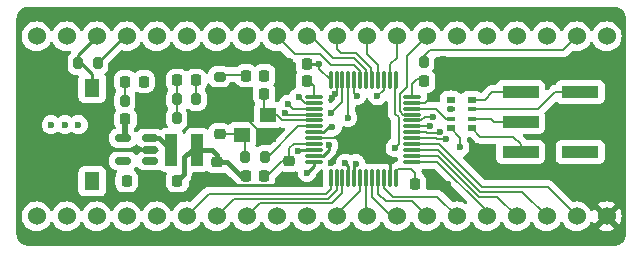
<source format=gbr>
%TF.GenerationSoftware,KiCad,Pcbnew,7.0.2*%
%TF.CreationDate,2023-06-20T04:44:57+07:00*%
%TF.ProjectId,STM32L431RCT6_prototype_board,53544d33-324c-4343-9331-524354365f70,rev?*%
%TF.SameCoordinates,Original*%
%TF.FileFunction,Copper,L1,Top*%
%TF.FilePolarity,Positive*%
%FSLAX46Y46*%
G04 Gerber Fmt 4.6, Leading zero omitted, Abs format (unit mm)*
G04 Created by KiCad (PCBNEW 7.0.2) date 2023-06-20 04:44:57*
%MOMM*%
%LPD*%
G01*
G04 APERTURE LIST*
G04 Aperture macros list*
%AMRoundRect*
0 Rectangle with rounded corners*
0 $1 Rounding radius*
0 $2 $3 $4 $5 $6 $7 $8 $9 X,Y pos of 4 corners*
0 Add a 4 corners polygon primitive as box body*
4,1,4,$2,$3,$4,$5,$6,$7,$8,$9,$2,$3,0*
0 Add four circle primitives for the rounded corners*
1,1,$1+$1,$2,$3*
1,1,$1+$1,$4,$5*
1,1,$1+$1,$6,$7*
1,1,$1+$1,$8,$9*
0 Add four rect primitives between the rounded corners*
20,1,$1+$1,$2,$3,$4,$5,0*
20,1,$1+$1,$4,$5,$6,$7,0*
20,1,$1+$1,$6,$7,$8,$9,0*
20,1,$1+$1,$8,$9,$2,$3,0*%
G04 Aperture macros list end*
%TA.AperFunction,SMDPad,CuDef*%
%ADD10RoundRect,0.225000X0.225000X0.250000X-0.225000X0.250000X-0.225000X-0.250000X0.225000X-0.250000X0*%
%TD*%
%TA.AperFunction,SMDPad,CuDef*%
%ADD11RoundRect,0.225000X-0.225000X-0.250000X0.225000X-0.250000X0.225000X0.250000X-0.225000X0.250000X0*%
%TD*%
%TA.AperFunction,SMDPad,CuDef*%
%ADD12RoundRect,0.200000X0.200000X0.275000X-0.200000X0.275000X-0.200000X-0.275000X0.200000X-0.275000X0*%
%TD*%
%TA.AperFunction,SMDPad,CuDef*%
%ADD13R,0.800000X0.500000*%
%TD*%
%TA.AperFunction,SMDPad,CuDef*%
%ADD14R,0.800000X0.400000*%
%TD*%
%TA.AperFunction,SMDPad,CuDef*%
%ADD15RoundRect,0.225000X-0.250000X0.225000X-0.250000X-0.225000X0.250000X-0.225000X0.250000X0.225000X0*%
%TD*%
%TA.AperFunction,SMDPad,CuDef*%
%ADD16R,1.000000X2.700000*%
%TD*%
%TA.AperFunction,SMDPad,CuDef*%
%ADD17RoundRect,0.200000X-0.200000X-0.275000X0.200000X-0.275000X0.200000X0.275000X-0.200000X0.275000X0*%
%TD*%
%TA.AperFunction,SMDPad,CuDef*%
%ADD18R,1.400000X1.200000*%
%TD*%
%TA.AperFunction,SMDPad,CuDef*%
%ADD19RoundRect,0.225000X0.250000X-0.225000X0.250000X0.225000X-0.250000X0.225000X-0.250000X-0.225000X0*%
%TD*%
%TA.AperFunction,ComponentPad*%
%ADD20C,1.524000*%
%TD*%
%TA.AperFunction,SMDPad,CuDef*%
%ADD21R,3.150000X1.000000*%
%TD*%
%TA.AperFunction,SMDPad,CuDef*%
%ADD22RoundRect,0.200000X0.275000X-0.200000X0.275000X0.200000X-0.275000X0.200000X-0.275000X-0.200000X0*%
%TD*%
%TA.AperFunction,SMDPad,CuDef*%
%ADD23RoundRect,0.150000X0.512500X0.150000X-0.512500X0.150000X-0.512500X-0.150000X0.512500X-0.150000X0*%
%TD*%
%TA.AperFunction,SMDPad,CuDef*%
%ADD24RoundRect,0.218750X0.218750X0.256250X-0.218750X0.256250X-0.218750X-0.256250X0.218750X-0.256250X0*%
%TD*%
%TA.AperFunction,SMDPad,CuDef*%
%ADD25RoundRect,0.075000X-0.662500X-0.075000X0.662500X-0.075000X0.662500X0.075000X-0.662500X0.075000X0*%
%TD*%
%TA.AperFunction,SMDPad,CuDef*%
%ADD26RoundRect,0.075000X-0.075000X-0.662500X0.075000X-0.662500X0.075000X0.662500X-0.075000X0.662500X0*%
%TD*%
%TA.AperFunction,SMDPad,CuDef*%
%ADD27RoundRect,0.218750X-0.218750X-0.256250X0.218750X-0.256250X0.218750X0.256250X-0.218750X0.256250X0*%
%TD*%
%TA.AperFunction,SMDPad,CuDef*%
%ADD28R,1.300000X1.550000*%
%TD*%
%TA.AperFunction,ViaPad*%
%ADD29C,0.600000*%
%TD*%
%TA.AperFunction,Conductor*%
%ADD30C,0.200000*%
%TD*%
%TA.AperFunction,Conductor*%
%ADD31C,0.250000*%
%TD*%
%TA.AperFunction,Conductor*%
%ADD32C,0.300000*%
%TD*%
%TA.AperFunction,Conductor*%
%ADD33C,0.400000*%
%TD*%
%TA.AperFunction,Conductor*%
%ADD34C,0.500000*%
%TD*%
G04 APERTURE END LIST*
D10*
%TO.P,C10,1*%
%TO.N,+3V3*%
X172475000Y-58500000D03*
%TO.P,C10,2*%
%TO.N,Net-(U2-FB)*%
X170925000Y-58500000D03*
%TD*%
D11*
%TO.P,C11,1*%
%TO.N,+3V3*%
X170925000Y-67000000D03*
%TO.P,C11,2*%
%TO.N,GND*%
X172475000Y-67000000D03*
%TD*%
D12*
%TO.P,R4,1*%
%TO.N,+3V3*%
X172525000Y-60100000D03*
%TO.P,R4,2*%
%TO.N,Net-(U2-FB)*%
X170875000Y-60100000D03*
%TD*%
D10*
%TO.P,C6,1*%
%TO.N,+3V3*%
X181875000Y-57075000D03*
%TO.P,C6,2*%
%TO.N,GND*%
X180325000Y-57075000D03*
%TD*%
D13*
%TO.P,RN1,1,R1.1*%
%TO.N,Net-(J1-Pin_2)*%
X195850000Y-62550000D03*
D14*
%TO.P,RN1,2,R2.1*%
%TO.N,Net-(J1-Pin_4)*%
X195850000Y-61750000D03*
%TO.P,RN1,3,R3.1*%
%TO.N,Net-(J1-Pin_5)*%
X195850000Y-60950000D03*
D13*
%TO.P,RN1,4,R4.1*%
%TO.N,Net-(J1-Pin_6)*%
X195850000Y-60150000D03*
%TO.P,RN1,5,R4.2*%
%TO.N,SYS_JTDO-SWO*%
X194050000Y-60150000D03*
D14*
%TO.P,RN1,6,R3.2*%
%TO.N,NRST*%
X194050000Y-60950000D03*
%TO.P,RN1,7,R2.2*%
%TO.N,SYS_JTMS-SWDIO*%
X194050000Y-61750000D03*
D13*
%TO.P,RN1,8,R1.2*%
%TO.N,SYS_JTCK-SWCLK*%
X194050000Y-62550000D03*
%TD*%
D11*
%TO.P,C5,1*%
%TO.N,+3V3*%
X191825000Y-58575000D03*
%TO.P,C5,2*%
%TO.N,GND*%
X193375000Y-58575000D03*
%TD*%
D15*
%TO.P,C12,1*%
%TO.N,+3V3*%
X174300000Y-65425000D03*
%TO.P,C12,2*%
%TO.N,GND*%
X174300000Y-66975000D03*
%TD*%
D16*
%TO.P,L1,1*%
%TO.N,Net-(U2-LX)*%
X170400000Y-64400000D03*
%TO.P,L1,2*%
%TO.N,+3V3*%
X172600000Y-64400000D03*
%TD*%
D17*
%TO.P,R2,1*%
%TO.N,BOOT0*%
X191775000Y-56900000D03*
%TO.P,R2,2*%
%TO.N,GND*%
X193425000Y-56900000D03*
%TD*%
D18*
%TO.P,Y1,1,1*%
%TO.N,Net-(C2-Pad1)*%
X176400000Y-63125000D03*
%TO.P,Y1,2,2*%
%TO.N,GND*%
X178600000Y-63125000D03*
%TO.P,Y1,3,3*%
%TO.N,HSE_IN*%
X178600000Y-61425000D03*
%TO.P,Y1,4,4*%
%TO.N,GND*%
X176400000Y-61425000D03*
%TD*%
D19*
%TO.P,C2,1*%
%TO.N,Net-(C2-Pad1)*%
X174500000Y-63050000D03*
%TO.P,C2,2*%
%TO.N,GND*%
X174500000Y-61500000D03*
%TD*%
D12*
%TO.P,R6,1,1*%
%TO.N,GND*%
X168125000Y-60200000D03*
%TO.P,R6,2,2*%
%TO.N,Net-(LED1-K)*%
X166475000Y-60200000D03*
%TD*%
D20*
%TO.P,J2,1,Pin_1*%
%TO.N,unconnected-(J2-Pin_1-Pad1)*%
X159000000Y-70000000D03*
%TO.P,J2,2,Pin_2*%
%TO.N,unconnected-(J2-Pin_2-Pad2)*%
X161540000Y-70000000D03*
%TO.P,J2,3,Pin_3*%
%TO.N,PA0*%
X164080000Y-70000000D03*
%TO.P,J2,4,Pin_4*%
%TO.N,PA1*%
X166620000Y-70000000D03*
%TO.P,J2,5,Pin_5*%
%TO.N,PA2*%
X169160000Y-70000000D03*
%TO.P,J2,6,Pin_6*%
%TO.N,PA3*%
X171700000Y-70000000D03*
%TO.P,J2,7,Pin_7*%
%TO.N,PA4*%
X174240000Y-70000000D03*
%TO.P,J2,8,Pin_8*%
%TO.N,PA5*%
X176780000Y-70000000D03*
%TO.P,J2,9,Pin_9*%
%TO.N,PA6*%
X179320000Y-70000000D03*
%TO.P,J2,10,Pin_10*%
%TO.N,PA7*%
X181860000Y-70000000D03*
%TO.P,J2,11,Pin_11*%
%TO.N,PB0*%
X184400000Y-70000000D03*
%TO.P,J2,12,Pin_12*%
%TO.N,PB1*%
X186940000Y-70000000D03*
%TO.P,J2,13,Pin_13*%
%TO.N,PB2*%
X189480000Y-70000000D03*
%TO.P,J2,14,Pin_14*%
%TO.N,PB10*%
X192020000Y-70000000D03*
%TO.P,J2,15,Pin_15*%
%TO.N,PB11*%
X194560000Y-70000000D03*
%TO.P,J2,16,Pin_16*%
%TO.N,PB12*%
X197100000Y-70000000D03*
%TO.P,J2,17,Pin_17*%
%TO.N,PB13*%
X199640000Y-70000000D03*
%TO.P,J2,18,Pin_18*%
%TO.N,PB14*%
X202180000Y-70000000D03*
%TO.P,J2,19,Pin_19*%
%TO.N,PB15*%
X204720000Y-70000000D03*
%TO.P,J2,20,Pin_20*%
%TO.N,GND*%
X207260000Y-70000000D03*
%TO.P,J2,21,Pin_21*%
%TO.N,unconnected-(J2-Pin_21-Pad21)*%
X207260000Y-54760000D03*
%TO.P,J2,22,Pin_22*%
%TO.N,BOOT0*%
X204720000Y-54760000D03*
%TO.P,J2,23,Pin_23*%
%TO.N,PA8*%
X202180000Y-54760000D03*
%TO.P,J2,24,Pin_24*%
%TO.N,PA9*%
X199640000Y-54760000D03*
%TO.P,J2,25,Pin_25*%
%TO.N,PA10*%
X197100000Y-54760000D03*
%TO.P,J2,26,Pin_26*%
%TO.N,PA11*%
X194560000Y-54760000D03*
%TO.P,J2,27,Pin_27*%
%TO.N,PA12*%
X192020000Y-54760000D03*
%TO.P,J2,28,Pin_28*%
%TO.N,PA15*%
X189480000Y-54760000D03*
%TO.P,J2,29,Pin_29*%
%TO.N,PB4*%
X186940000Y-54760000D03*
%TO.P,J2,30,Pin_30*%
%TO.N,PB5*%
X184400000Y-54760000D03*
%TO.P,J2,31,Pin_31*%
%TO.N,PB6*%
X181860000Y-54760000D03*
%TO.P,J2,32,Pin_32*%
%TO.N,PB7*%
X179320000Y-54760000D03*
%TO.P,J2,33,Pin_33*%
%TO.N,PB8*%
X176780000Y-54760000D03*
%TO.P,J2,34,Pin_34*%
%TO.N,PB9*%
X174240000Y-54760000D03*
%TO.P,J2,35,Pin_35*%
%TO.N,PC14*%
X171700000Y-54760000D03*
%TO.P,J2,36,Pin_36*%
%TO.N,PC15*%
X169160000Y-54760000D03*
%TO.P,J2,37,Pin_37*%
%TO.N,+3V3*%
X166620000Y-54760000D03*
%TO.P,J2,38,Pin_38*%
%TO.N,NRST*%
X164080000Y-54760000D03*
%TO.P,J2,39,Pin_39*%
%TO.N,unconnected-(J2-Pin_39-Pad39)*%
X161540000Y-54760000D03*
%TO.P,J2,40,Pin_40*%
%TO.N,+5V*%
X159000000Y-54760000D03*
%TD*%
D21*
%TO.P,J1,1,Pin_1*%
%TO.N,+3V3*%
X205025000Y-64580000D03*
%TO.P,J1,2,Pin_2*%
%TO.N,Net-(J1-Pin_2)*%
X199975000Y-64580000D03*
%TO.P,J1,3,Pin_3*%
%TO.N,GND*%
X205025000Y-62040000D03*
%TO.P,J1,4,Pin_4*%
%TO.N,Net-(J1-Pin_4)*%
X199975000Y-62040000D03*
%TO.P,J1,5,Pin_5*%
%TO.N,Net-(J1-Pin_5)*%
X205025000Y-59500000D03*
%TO.P,J1,6,Pin_6*%
%TO.N,Net-(J1-Pin_6)*%
X199975000Y-59500000D03*
%TD*%
D11*
%TO.P,C9,1*%
%TO.N,/+5.0V*%
X166525000Y-61800000D03*
%TO.P,C9,2*%
%TO.N,GND*%
X168075000Y-61800000D03*
%TD*%
D22*
%TO.P,R7,1,1*%
%TO.N,GND*%
X174500000Y-59825000D03*
%TO.P,R7,2,2*%
%TO.N,Net-(LED2-K)*%
X174500000Y-58175000D03*
%TD*%
D10*
%TO.P,C1,1*%
%TO.N,HSE_IN*%
X178275000Y-59675000D03*
%TO.P,C1,2*%
%TO.N,GND*%
X176725000Y-59675000D03*
%TD*%
D23*
%TO.P,U2,1,EN*%
%TO.N,/+5.0V*%
X168600000Y-65300000D03*
%TO.P,U2,2,GND*%
%TO.N,GND*%
X168600000Y-64350000D03*
%TO.P,U2,3,LX*%
%TO.N,Net-(U2-LX)*%
X168600000Y-63400000D03*
%TO.P,U2,4,IN*%
%TO.N,/+5.0V*%
X166325000Y-63400000D03*
%TO.P,U2,5,FB*%
%TO.N,Net-(U2-FB)*%
X166325000Y-65300000D03*
%TD*%
D17*
%TO.P,R3,1,1*%
%TO.N,NRST*%
X162525000Y-57050000D03*
%TO.P,R3,2,2*%
%TO.N,+3V3*%
X164175000Y-57050000D03*
%TD*%
D11*
%TO.P,C8,1*%
%TO.N,NRST*%
X166625000Y-67000000D03*
%TO.P,C8,2*%
%TO.N,GND*%
X168175000Y-67000000D03*
%TD*%
D24*
%TO.P,LED1,1,K*%
%TO.N,Net-(LED1-K)*%
X166512500Y-58600000D03*
%TO.P,LED1,2,A*%
%TO.N,+3V3*%
X168087500Y-58600000D03*
%TD*%
D11*
%TO.P,C4,1*%
%TO.N,+3V3*%
X191025000Y-67275000D03*
%TO.P,C4,2*%
%TO.N,GND*%
X192575000Y-67275000D03*
%TD*%
D15*
%TO.P,C7,1*%
%TO.N,+3.3VA*%
X180400000Y-65300000D03*
%TO.P,C7,2*%
%TO.N,GND*%
X180400000Y-66850000D03*
%TD*%
D10*
%TO.P,C3,1*%
%TO.N,+BATT*%
X181875000Y-58575000D03*
%TO.P,C3,2*%
%TO.N,GND*%
X180325000Y-58575000D03*
%TD*%
D12*
%TO.P,R1,1*%
%TO.N,HSE_OUT*%
X178325000Y-64975000D03*
%TO.P,R1,2*%
%TO.N,Net-(C2-Pad1)*%
X176675000Y-64975000D03*
%TD*%
D25*
%TO.P,U1,1,VBAT*%
%TO.N,+BATT*%
X182487500Y-59887500D03*
%TO.P,U1,2,PC13*%
%TO.N,HEART_BEAT*%
X182487500Y-60387500D03*
%TO.P,U1,3,PC14*%
%TO.N,PC14*%
X182487500Y-60887500D03*
%TO.P,U1,4,PC15*%
%TO.N,PC15*%
X182487500Y-61387500D03*
%TO.P,U1,5,PH0*%
%TO.N,HSE_IN*%
X182487500Y-61887500D03*
%TO.P,U1,6,PH1*%
%TO.N,HSE_OUT*%
X182487500Y-62387500D03*
%TO.P,U1,7,NRST*%
%TO.N,NRST*%
X182487500Y-62887500D03*
%TO.P,U1,8,VSSA*%
%TO.N,GND*%
X182487500Y-63387500D03*
%TO.P,U1,9,VDDA*%
%TO.N,+3.3VA*%
X182487500Y-63887500D03*
%TO.P,U1,10,PA0*%
%TO.N,PA0*%
X182487500Y-64387500D03*
%TO.P,U1,11,PA1*%
%TO.N,PA1*%
X182487500Y-64887500D03*
%TO.P,U1,12,PA2*%
%TO.N,PA2*%
X182487500Y-65387500D03*
D26*
%TO.P,U1,13,PA3*%
%TO.N,PA3*%
X183900000Y-66800000D03*
%TO.P,U1,14,PA4*%
%TO.N,PA4*%
X184400000Y-66800000D03*
%TO.P,U1,15,PA5*%
%TO.N,PA5*%
X184900000Y-66800000D03*
%TO.P,U1,16,PA6*%
%TO.N,PA6*%
X185400000Y-66800000D03*
%TO.P,U1,17,PA7*%
%TO.N,PA7*%
X185900000Y-66800000D03*
%TO.P,U1,18,PB0*%
%TO.N,PB0*%
X186400000Y-66800000D03*
%TO.P,U1,19,PB1*%
%TO.N,PB1*%
X186900000Y-66800000D03*
%TO.P,U1,20,PB2*%
%TO.N,PB2*%
X187400000Y-66800000D03*
%TO.P,U1,21,PB10*%
%TO.N,PB10*%
X187900000Y-66800000D03*
%TO.P,U1,22,PB11*%
%TO.N,PB11*%
X188400000Y-66800000D03*
%TO.P,U1,23,VSS*%
%TO.N,GND*%
X188900000Y-66800000D03*
%TO.P,U1,24,VDD*%
%TO.N,+3V3*%
X189400000Y-66800000D03*
D25*
%TO.P,U1,25,PB12*%
%TO.N,PB12*%
X190812500Y-65387500D03*
%TO.P,U1,26,PB13*%
%TO.N,PB13*%
X190812500Y-64887500D03*
%TO.P,U1,27,PB14*%
%TO.N,PB14*%
X190812500Y-64387500D03*
%TO.P,U1,28,PB15*%
%TO.N,PB15*%
X190812500Y-63887500D03*
%TO.P,U1,29,PA8*%
%TO.N,PA8*%
X190812500Y-63387500D03*
%TO.P,U1,30,PA9*%
%TO.N,PA9*%
X190812500Y-62887500D03*
%TO.P,U1,31,PA10*%
%TO.N,PA10*%
X190812500Y-62387500D03*
%TO.P,U1,32,PA11*%
%TO.N,PA11*%
X190812500Y-61887500D03*
%TO.P,U1,33,PA12*%
%TO.N,PA12*%
X190812500Y-61387500D03*
%TO.P,U1,34,PA13*%
%TO.N,SYS_JTMS-SWDIO*%
X190812500Y-60887500D03*
%TO.P,U1,35,VSS*%
%TO.N,GND*%
X190812500Y-60387500D03*
%TO.P,U1,36,VDD*%
%TO.N,+3V3*%
X190812500Y-59887500D03*
D26*
%TO.P,U1,37,PA14*%
%TO.N,SYS_JTCK-SWCLK*%
X189400000Y-58475000D03*
%TO.P,U1,38,PA15*%
%TO.N,PA15*%
X188900000Y-58475000D03*
%TO.P,U1,39,PB3*%
%TO.N,SYS_JTDO-SWO*%
X188400000Y-58475000D03*
%TO.P,U1,40,PB4*%
%TO.N,PB4*%
X187900000Y-58475000D03*
%TO.P,U1,41,PB5*%
%TO.N,PB5*%
X187400000Y-58475000D03*
%TO.P,U1,42,PB6*%
%TO.N,PB6*%
X186900000Y-58475000D03*
%TO.P,U1,43,PB7*%
%TO.N,PB7*%
X186400000Y-58475000D03*
%TO.P,U1,44,PH3*%
%TO.N,BOOT0*%
X185900000Y-58475000D03*
%TO.P,U1,45,PB8*%
%TO.N,PB8*%
X185400000Y-58475000D03*
%TO.P,U1,46,PB9*%
%TO.N,PB9*%
X184900000Y-58475000D03*
%TO.P,U1,47,VSS*%
%TO.N,GND*%
X184400000Y-58475000D03*
%TO.P,U1,48,VDD*%
%TO.N,+3V3*%
X183900000Y-58475000D03*
%TD*%
D17*
%TO.P,R5,1*%
%TO.N,Net-(U2-FB)*%
X170875000Y-61700000D03*
%TO.P,R5,2*%
%TO.N,GND*%
X172525000Y-61700000D03*
%TD*%
D27*
%TO.P,FB1,1*%
%TO.N,+3V3*%
X176712500Y-66575000D03*
%TO.P,FB1,2*%
%TO.N,+3.3VA*%
X178287500Y-66575000D03*
%TD*%
D24*
%TO.P,LED2,1,K*%
%TO.N,Net-(LED2-K)*%
X176712500Y-58100000D03*
%TO.P,LED2,2,A*%
%TO.N,HEART_BEAT*%
X178287500Y-58100000D03*
%TD*%
D28*
%TO.P,S1,1,1*%
%TO.N,GND*%
X159200140Y-67049950D03*
%TO.P,S1,2,2*%
X159200140Y-59100000D03*
%TO.P,S1,3,3*%
%TO.N,NRST*%
X163700000Y-67049950D03*
%TO.P,S1,4,4*%
X163700000Y-59100000D03*
%TD*%
D29*
%TO.N,GND*%
X193375000Y-58575000D03*
X187700000Y-65050000D03*
X193800000Y-67250000D03*
X187450000Y-63550000D03*
X188750000Y-62650000D03*
X172500000Y-61700000D03*
X169450000Y-58900000D03*
X175050000Y-56850000D03*
X163400000Y-64350000D03*
X185300000Y-63850000D03*
X186950000Y-60700000D03*
X183900000Y-65450000D03*
X205000000Y-62000000D03*
X184300500Y-59610893D03*
%TO.N,+3V3*%
X182950000Y-57100000D03*
X205050000Y-64600000D03*
X172600000Y-65400000D03*
X172500000Y-58450000D03*
X191800000Y-58550000D03*
X172600000Y-63500000D03*
X168100000Y-58600000D03*
X172600000Y-64450000D03*
X191000000Y-67250000D03*
%TO.N,NRST*%
X184055849Y-62404523D03*
X166650000Y-67000000D03*
X163700000Y-59100000D03*
X163700000Y-67050000D03*
X194050000Y-60950000D03*
%TO.N,/+5.0V*%
X166500000Y-61800000D03*
X168600000Y-65300000D03*
X160250000Y-62250000D03*
X161400000Y-62250000D03*
X162550000Y-62250000D03*
%TO.N,Net-(U2-FB)*%
X166449500Y-65290215D03*
X170875000Y-60100000D03*
%TO.N,BOOT0*%
X191800000Y-56850000D03*
X186100000Y-59800000D03*
%TO.N,SYS_JTDO-SWO*%
X194050000Y-60150000D03*
X187864092Y-59814092D03*
%TO.N,SYS_JTCK-SWCLK*%
X194850000Y-64150000D03*
X189350000Y-64200000D03*
%TO.N,HEART_BEAT*%
X181200000Y-59900000D03*
X178287500Y-58100000D03*
%TO.N,PC15*%
X180050000Y-61288000D03*
%TO.N,PC14*%
X180300000Y-60500000D03*
%TO.N,PB8*%
X185350000Y-61650000D03*
%TO.N,PB9*%
X183950000Y-61250000D03*
%TO.N,PA0*%
X181100000Y-64500000D03*
%TO.N,PA1*%
X183750000Y-64000000D03*
%TO.N,PA2*%
X181900000Y-66300000D03*
%TO.N,PA6*%
X185150000Y-65500000D03*
%TO.N,PA7*%
X186050000Y-65550000D03*
%TO.N,PA8*%
X193703497Y-63474632D03*
%TO.N,PA9*%
X193150000Y-62875132D03*
%TO.N,PA10*%
X192337772Y-62350481D03*
%TO.N,PA11*%
X192530276Y-61574500D03*
%TD*%
D30*
%TO.N,HSE_IN*%
X178275000Y-59675000D02*
X178275000Y-61100000D01*
X182487500Y-61887500D02*
X179787500Y-61887500D01*
X179325000Y-61425000D02*
X178600000Y-61425000D01*
X179787500Y-61887500D02*
X179325000Y-61425000D01*
%TO.N,GND*%
X174500000Y-59825000D02*
X174500000Y-61500000D01*
X191862500Y-60387500D02*
X193375000Y-58875000D01*
D31*
X188900000Y-65450000D02*
X188500000Y-65050000D01*
D30*
X176725000Y-59675000D02*
X174650000Y-59675000D01*
D32*
X169450000Y-58900000D02*
X169450000Y-59800000D01*
X169450000Y-59800000D02*
X169050000Y-60200000D01*
X163400000Y-64350000D02*
X168600000Y-64350000D01*
D30*
X182487500Y-63387500D02*
X184837500Y-63387500D01*
D31*
X180400000Y-66850000D02*
X179875000Y-67375000D01*
D30*
X184300500Y-59610893D02*
X184400000Y-59511393D01*
X184400000Y-59511393D02*
X184400000Y-58475000D01*
D32*
X168125000Y-61750000D02*
X168075000Y-61800000D01*
D30*
X184837500Y-63387500D02*
X185300000Y-63850000D01*
D31*
X179875000Y-67375000D02*
X175925000Y-67375000D01*
X175525000Y-66975000D02*
X174300000Y-66975000D01*
D30*
X176500000Y-61425000D02*
X178200000Y-63125000D01*
D32*
X169050000Y-60200000D02*
X168125000Y-60200000D01*
D31*
X175925000Y-67375000D02*
X175525000Y-66975000D01*
D30*
X193375000Y-58575000D02*
X193375000Y-56950000D01*
X193800000Y-67250000D02*
X192600000Y-67250000D01*
D32*
X168125000Y-60200000D02*
X168125000Y-61750000D01*
D30*
X172525000Y-61700000D02*
X174300000Y-61700000D01*
D31*
X188500000Y-65050000D02*
X187700000Y-65050000D01*
X188900000Y-66800000D02*
X188900000Y-65450000D01*
D30*
X190812500Y-60387500D02*
X191862500Y-60387500D01*
X180325000Y-57075000D02*
X180325000Y-58575000D01*
X174500000Y-61500000D02*
X176325000Y-61500000D01*
%TO.N,Net-(C2-Pad1)*%
X174500000Y-63050000D02*
X176325000Y-63050000D01*
X176650000Y-63375000D02*
X176650000Y-64950000D01*
X176650000Y-64950000D02*
X176675000Y-64975000D01*
X176400000Y-63125000D02*
X176650000Y-63375000D01*
%TO.N,+BATT*%
X182500000Y-58975000D02*
X182487500Y-58987500D01*
X182487500Y-58987500D02*
X182487500Y-59887500D01*
X182100000Y-58575000D02*
X182500000Y-58975000D01*
%TO.N,+3V3*%
X172525000Y-60100000D02*
X172525000Y-58525000D01*
D33*
X176712500Y-66575000D02*
X176275000Y-66575000D01*
X171500000Y-66425000D02*
X170925000Y-67000000D01*
D30*
X191200000Y-58375000D02*
X191825000Y-58375000D01*
X190812500Y-58762500D02*
X191200000Y-58375000D01*
X189600000Y-66000000D02*
X190700000Y-66000000D01*
D31*
X182925000Y-57075000D02*
X182950000Y-57100000D01*
D33*
X173850000Y-64400000D02*
X174300000Y-64850000D01*
D31*
X164175000Y-57025000D02*
X166440000Y-54760000D01*
D30*
X190812500Y-59887500D02*
X190812500Y-58762500D01*
X182950000Y-57525000D02*
X183900000Y-58475000D01*
D33*
X175125000Y-65425000D02*
X174300000Y-65425000D01*
X176275000Y-66575000D02*
X175125000Y-65425000D01*
D30*
X190700000Y-66000000D02*
X191000000Y-66300000D01*
D33*
X172600000Y-64400000D02*
X173850000Y-64400000D01*
X172550000Y-64450000D02*
X172050000Y-64450000D01*
D31*
X181875000Y-57075000D02*
X182925000Y-57075000D01*
D30*
X182950000Y-57100000D02*
X182950000Y-57525000D01*
X191000000Y-66300000D02*
X191000000Y-67250000D01*
D33*
X171500000Y-65000000D02*
X171500000Y-66425000D01*
X172050000Y-64450000D02*
X171500000Y-65000000D01*
X174300000Y-64850000D02*
X174300000Y-65425000D01*
D30*
X189400000Y-66200000D02*
X189600000Y-66000000D01*
%TO.N,+3.3VA*%
X179775000Y-65300000D02*
X180400000Y-65300000D01*
X180762500Y-63887500D02*
X180400000Y-64250000D01*
X182487500Y-63887500D02*
X180762500Y-63887500D01*
X178500000Y-66575000D02*
X179775000Y-65300000D01*
X180400000Y-64250000D02*
X180400000Y-65300000D01*
D31*
%TO.N,NRST*%
X163700000Y-57950000D02*
X163700000Y-59100000D01*
X182487500Y-62887500D02*
X183290685Y-62887500D01*
X162525000Y-57050000D02*
X162800000Y-57050000D01*
D30*
X163700000Y-67050000D02*
X163700000Y-67049950D01*
D31*
X162525000Y-57050000D02*
X162525000Y-56315000D01*
X162800000Y-57050000D02*
X163700000Y-57950000D01*
X183773662Y-62404523D02*
X184055849Y-62404523D01*
X162525000Y-56315000D02*
X164080000Y-54760000D01*
X183290685Y-62887500D02*
X183773662Y-62404523D01*
D34*
%TO.N,/+5.0V*%
X166500000Y-63225000D02*
X166500000Y-61825000D01*
X166325000Y-63400000D02*
X166500000Y-63225000D01*
D30*
%TO.N,Net-(U2-FB)*%
X170925000Y-58500000D02*
X170925000Y-61575000D01*
%TO.N,Net-(J1-Pin_2)*%
X199975000Y-63875000D02*
X199975000Y-64580000D01*
X199350000Y-63250000D02*
X199975000Y-63875000D01*
X196550000Y-63250000D02*
X199350000Y-63250000D01*
X195850000Y-62550000D02*
X196550000Y-63250000D01*
%TO.N,Net-(J1-Pin_4)*%
X195850000Y-61750000D02*
X197450000Y-61750000D01*
X197740000Y-62040000D02*
X197450000Y-61750000D01*
X199975000Y-62040000D02*
X197740000Y-62040000D01*
%TO.N,Net-(J1-Pin_5)*%
X202900000Y-59500000D02*
X205025000Y-59500000D01*
X201450000Y-60950000D02*
X202900000Y-59500000D01*
X195850000Y-60950000D02*
X201450000Y-60950000D01*
%TO.N,Net-(J1-Pin_6)*%
X196950000Y-60150000D02*
X197600000Y-59500000D01*
X197600000Y-59500000D02*
X199975000Y-59500000D01*
X195850000Y-60150000D02*
X196950000Y-60150000D01*
D33*
%TO.N,Net-(U2-LX)*%
X168600000Y-63400000D02*
X169400000Y-63400000D01*
X169400000Y-63400000D02*
X170400000Y-64400000D01*
D30*
%TO.N,Net-(LED1-K)*%
X166512500Y-58600000D02*
X166512500Y-60162500D01*
%TO.N,HSE_OUT*%
X181162500Y-62387500D02*
X182487500Y-62387500D01*
X178575000Y-64975000D02*
X181162500Y-62387500D01*
%TO.N,BOOT0*%
X185900000Y-58475000D02*
X185900000Y-59600000D01*
X203530000Y-55950000D02*
X204720000Y-54760000D01*
X191800000Y-56450000D02*
X192300000Y-55950000D01*
X192300000Y-55950000D02*
X203530000Y-55950000D01*
X185900000Y-59600000D02*
X186100000Y-59800000D01*
X191800000Y-56850000D02*
X191800000Y-56450000D01*
%TO.N,SYS_JTDO-SWO*%
X188400000Y-59278185D02*
X187864092Y-59814092D01*
X188400000Y-58475000D02*
X188400000Y-59278185D01*
%TO.N,SYS_JTMS-SWDIO*%
X192837500Y-60887500D02*
X193700000Y-61750000D01*
X190812500Y-60887500D02*
X192837500Y-60887500D01*
X193700000Y-61750000D02*
X194050000Y-61750000D01*
%TO.N,SYS_JTCK-SWCLK*%
X189650000Y-61627480D02*
X189650000Y-63900000D01*
X189650000Y-63900000D02*
X189350000Y-64200000D01*
X194850000Y-63350000D02*
X194850000Y-64150000D01*
X189350000Y-61327480D02*
X189650000Y-61627480D01*
X189350000Y-58525000D02*
X189350000Y-61327480D01*
X194050000Y-62550000D02*
X194850000Y-63350000D01*
%TO.N,HEART_BEAT*%
X182487500Y-60387500D02*
X181687500Y-60387500D01*
X181687500Y-60387500D02*
X181200000Y-59900000D01*
%TO.N,Net-(LED2-K)*%
X176712500Y-58000000D02*
X174675000Y-58000000D01*
%TO.N,PC15*%
X180050000Y-61288000D02*
X180149500Y-61387500D01*
X180149500Y-61387500D02*
X182487500Y-61387500D01*
%TO.N,PC14*%
X180300000Y-60500000D02*
X180687500Y-60887500D01*
X180687500Y-60887500D02*
X182487500Y-60887500D01*
%TO.N,PB8*%
X185350000Y-61650000D02*
X185400000Y-61600000D01*
X185400000Y-61600000D02*
X185400000Y-58475000D01*
%TO.N,PB9*%
X184900000Y-60300000D02*
X184900000Y-58475000D01*
X183950000Y-61250000D02*
X184900000Y-60300000D01*
%TO.N,PB7*%
X185892830Y-57200000D02*
X183898529Y-57200000D01*
X183898529Y-57200000D02*
X182998529Y-56300000D01*
X182998529Y-56300000D02*
X180860000Y-56300000D01*
X180860000Y-56300000D02*
X179320000Y-54760000D01*
X186400000Y-58475000D02*
X186400000Y-57707170D01*
X186400000Y-57707170D02*
X185892830Y-57200000D01*
%TO.N,PB6*%
X184100000Y-56600000D02*
X182260000Y-54760000D01*
X185858515Y-56600000D02*
X184100000Y-56600000D01*
X186900000Y-58475000D02*
X186900000Y-57641485D01*
X186900000Y-57641485D02*
X185858515Y-56600000D01*
%TO.N,PB4*%
X187900000Y-58475000D02*
X187900000Y-57200000D01*
X187900000Y-57200000D02*
X186940000Y-56240000D01*
X186940000Y-56240000D02*
X186940000Y-54760000D01*
%TO.N,PB5*%
X187300000Y-57607170D02*
X187300000Y-57475799D01*
X184750000Y-56200000D02*
X184400000Y-55850000D01*
X187350000Y-58475000D02*
X187350000Y-57657170D01*
X187350000Y-57657170D02*
X187300000Y-57607170D01*
X186024200Y-56200000D02*
X184750000Y-56200000D01*
X184400000Y-55850000D02*
X184400000Y-54760000D01*
X187300000Y-57475799D02*
X186024200Y-56200000D01*
%TO.N,PA15*%
X189480000Y-56570000D02*
X189480000Y-54760000D01*
X188900000Y-58475000D02*
X188900000Y-57150000D01*
X188900000Y-57150000D02*
X189480000Y-56570000D01*
D31*
%TO.N,PA0*%
X181212500Y-64387500D02*
X181100000Y-64500000D01*
X182487500Y-64387500D02*
X181212500Y-64387500D01*
%TO.N,PA1*%
X182487500Y-64887500D02*
X183290685Y-64887500D01*
X183750000Y-64428185D02*
X183750000Y-64000000D01*
X183290685Y-64887500D02*
X183750000Y-64428185D01*
%TO.N,PA2*%
X182487500Y-65387500D02*
X182487500Y-65712500D01*
X182487500Y-65712500D02*
X181900000Y-66300000D01*
D30*
%TO.N,PA3*%
X183900000Y-66800000D02*
X183900000Y-67700000D01*
X173600000Y-68100000D02*
X171700000Y-70000000D01*
X183500000Y-68100000D02*
X173600000Y-68100000D01*
X183900000Y-67700000D02*
X183500000Y-68100000D01*
%TO.N,PA4*%
X183665479Y-68499501D02*
X175740499Y-68499501D01*
X184400000Y-67764980D02*
X183665479Y-68499501D01*
X184400000Y-66800000D02*
X184400000Y-67764980D01*
X175740499Y-68499501D02*
X174240000Y-70000000D01*
%TO.N,PA5*%
X184900000Y-68050000D02*
X184050998Y-68899002D01*
X184050998Y-68899002D02*
X177880998Y-68899002D01*
X184900000Y-66800000D02*
X184900000Y-68050000D01*
X177880998Y-68899002D02*
X176780000Y-70000000D01*
D31*
%TO.N,PA6*%
X185400000Y-66800000D02*
X185400000Y-65750000D01*
X185400000Y-65750000D02*
X185150000Y-65500000D01*
%TO.N,PA7*%
X185900000Y-66800000D02*
X185900000Y-65700000D01*
X185900000Y-65700000D02*
X186050000Y-65550000D01*
D30*
%TO.N,PA8*%
X192901678Y-63474632D02*
X193703497Y-63474632D01*
X190812500Y-63387500D02*
X192814546Y-63387500D01*
X192814546Y-63387500D02*
X192901678Y-63474632D01*
%TO.N,PA9*%
X192089450Y-62949981D02*
X193075151Y-62949981D01*
X193075151Y-62949981D02*
X193150000Y-62875132D01*
X190812500Y-62887500D02*
X192026969Y-62887500D01*
X192026969Y-62887500D02*
X192089450Y-62949981D01*
%TO.N,PA10*%
X192300753Y-62387500D02*
X192337772Y-62350481D01*
X190812500Y-62387500D02*
X192300753Y-62387500D01*
%TO.N,PA11*%
X191893330Y-61574500D02*
X192530276Y-61574500D01*
X190812500Y-61887500D02*
X191580330Y-61887500D01*
X191580330Y-61887500D02*
X191893330Y-61574500D01*
%TO.N,PA12*%
X190812500Y-61387500D02*
X190044670Y-61387500D01*
X189775000Y-59657170D02*
X190350000Y-59082170D01*
X190044670Y-61387500D02*
X189775000Y-61117830D01*
X189775000Y-61117830D02*
X189775000Y-59657170D01*
X190350000Y-59082170D02*
X190350000Y-56430000D01*
X190350000Y-56430000D02*
X192020000Y-54760000D01*
%TO.N,PB0*%
X186400000Y-67850000D02*
X184400000Y-69850000D01*
X186400000Y-66800000D02*
X186400000Y-67850000D01*
%TO.N,PB1*%
X186900000Y-66800000D02*
X186900000Y-69960000D01*
%TO.N,PB2*%
X187400000Y-68400000D02*
X189000000Y-70000000D01*
X187400000Y-66800000D02*
X187400000Y-68400000D01*
%TO.N,PB10*%
X187900000Y-68100000D02*
X188550000Y-68750000D01*
X190770000Y-68750000D02*
X192020000Y-70000000D01*
X188550000Y-68750000D02*
X190770000Y-68750000D01*
X187900000Y-66800000D02*
X187900000Y-68100000D01*
%TO.N,PB11*%
X192910499Y-68350499D02*
X194560000Y-70000000D01*
X188400000Y-67603185D02*
X189147314Y-68350499D01*
X189147314Y-68350499D02*
X192910499Y-68350499D01*
X188400000Y-66800000D02*
X188400000Y-67603185D01*
%TO.N,PB12*%
X192905060Y-65400000D02*
X197100000Y-69594940D01*
X190825000Y-65400000D02*
X192905060Y-65400000D01*
%TO.N,PB13*%
X197989002Y-68349002D02*
X199640000Y-70000000D01*
X192957540Y-64887500D02*
X196419042Y-68349002D01*
X190812500Y-64887500D02*
X192957540Y-64887500D01*
X196419042Y-68349002D02*
X197989002Y-68349002D01*
%TO.N,PB14*%
X190812500Y-64387500D02*
X193022520Y-64387500D01*
X200129501Y-67949501D02*
X202180000Y-70000000D01*
X196584521Y-67949501D02*
X200129501Y-67949501D01*
X193022520Y-64387500D02*
X196584521Y-67949501D01*
%TO.N,PB15*%
X202270000Y-67550000D02*
X204720000Y-70000000D01*
X190812500Y-63887500D02*
X193087500Y-63887500D01*
X196750000Y-67550000D02*
X202270000Y-67550000D01*
X193087500Y-63887500D02*
X196750000Y-67550000D01*
%TD*%
%TA.AperFunction,Conductor*%
%TO.N,GND*%
G36*
X192672002Y-66020185D02*
G01*
X192692644Y-66036819D01*
X195407734Y-68751909D01*
X195441219Y-68813232D01*
X195436235Y-68882924D01*
X195394363Y-68938857D01*
X195328899Y-68963274D01*
X195260626Y-68948422D01*
X195248930Y-68941165D01*
X195193662Y-68902466D01*
X194993451Y-68809106D01*
X194780065Y-68751929D01*
X194560000Y-68732676D01*
X194339932Y-68751929D01*
X194268093Y-68771178D01*
X194198243Y-68769515D01*
X194148319Y-68739084D01*
X193368698Y-67959463D01*
X193358002Y-67947267D01*
X193338780Y-67922215D01*
X193213339Y-67825962D01*
X193067261Y-67765455D01*
X192970627Y-67752733D01*
X192910499Y-67744816D01*
X192882662Y-67748481D01*
X192879196Y-67748938D01*
X192863012Y-67749999D01*
X192094766Y-67749999D01*
X192027727Y-67730314D01*
X191981972Y-67677510D01*
X191971408Y-67613396D01*
X191971476Y-67612736D01*
X191975500Y-67573345D01*
X191975499Y-66976656D01*
X191965349Y-66877292D01*
X191912003Y-66716303D01*
X191912002Y-66716302D01*
X191912002Y-66716300D01*
X191822970Y-66571958D01*
X191777789Y-66526777D01*
X191703044Y-66452032D01*
X191662799Y-66427208D01*
X191616076Y-66375260D01*
X191604855Y-66306298D01*
X191604938Y-66305644D01*
X191605682Y-66300000D01*
X191585044Y-66143238D01*
X191584708Y-66140685D01*
X191595474Y-66071650D01*
X191641854Y-66019394D01*
X191707647Y-66000500D01*
X192604963Y-66000500D01*
X192672002Y-66020185D01*
G37*
%TD.AperFunction*%
%TA.AperFunction,Conductor*%
G36*
X183192539Y-66057685D02*
G01*
X183238294Y-66110489D01*
X183249500Y-66162000D01*
X183249500Y-67375500D01*
X183229815Y-67442539D01*
X183177011Y-67488294D01*
X183125500Y-67499500D01*
X179154535Y-67499500D01*
X179087496Y-67479815D01*
X179041741Y-67427011D01*
X179031797Y-67357853D01*
X179060822Y-67294297D01*
X179066854Y-67287819D01*
X179074279Y-67280393D01*
X179074278Y-67280393D01*
X179074281Y-67280391D01*
X179162549Y-67137287D01*
X179215436Y-66977685D01*
X179225500Y-66879174D01*
X179225500Y-66750096D01*
X179245185Y-66683057D01*
X179261815Y-66662419D01*
X179709053Y-66215180D01*
X179770374Y-66181697D01*
X179835736Y-66185157D01*
X179841298Y-66187000D01*
X179841303Y-66187003D01*
X179972265Y-66230399D01*
X180002292Y-66240349D01*
X180098522Y-66250180D01*
X180098523Y-66250180D01*
X180101655Y-66250500D01*
X180698344Y-66250499D01*
X180797708Y-66240349D01*
X180932167Y-66195793D01*
X181001996Y-66193392D01*
X181062037Y-66229124D01*
X181093230Y-66291645D01*
X181094391Y-66299616D01*
X181114631Y-66479251D01*
X181114631Y-66479253D01*
X181114632Y-66479255D01*
X181174211Y-66649522D01*
X181216172Y-66716303D01*
X181270185Y-66802264D01*
X181397735Y-66929814D01*
X181397737Y-66929815D01*
X181397738Y-66929816D01*
X181550478Y-67025789D01*
X181720745Y-67085368D01*
X181900000Y-67105565D01*
X182079255Y-67085368D01*
X182249522Y-67025789D01*
X182402262Y-66929816D01*
X182529816Y-66802262D01*
X182625789Y-66649522D01*
X182685368Y-66479255D01*
X182690672Y-66432173D01*
X182717737Y-66367763D01*
X182726201Y-66358388D01*
X182871289Y-66213300D01*
X182887385Y-66200406D01*
X182889373Y-66198287D01*
X182889377Y-66198286D01*
X182935449Y-66149223D01*
X182938034Y-66146555D01*
X182957620Y-66126971D01*
X182960085Y-66123792D01*
X182967666Y-66114917D01*
X182997562Y-66083082D01*
X182997562Y-66083080D01*
X183003164Y-66077116D01*
X183063406Y-66041721D01*
X183093556Y-66038000D01*
X183125500Y-66038000D01*
X183192539Y-66057685D01*
G37*
%TD.AperFunction*%
%TA.AperFunction,Conductor*%
G36*
X184259994Y-59720826D02*
G01*
X184295648Y-59780914D01*
X184299500Y-59811583D01*
X184299500Y-59999901D01*
X184279815Y-60066940D01*
X184263181Y-60087582D01*
X183937181Y-60413583D01*
X183875858Y-60447068D01*
X183806167Y-60442084D01*
X183750233Y-60400213D01*
X183725816Y-60334748D01*
X183725500Y-60325902D01*
X183725500Y-60278833D01*
X183725500Y-60274780D01*
X183710687Y-60162264D01*
X183710686Y-60162261D01*
X183709557Y-60153685D01*
X183709557Y-60121313D01*
X183710685Y-60112738D01*
X183710687Y-60112736D01*
X183725500Y-60000220D01*
X183725500Y-59837000D01*
X183745185Y-59769961D01*
X183797989Y-59724206D01*
X183849500Y-59713000D01*
X184008667Y-59713000D01*
X184012720Y-59713000D01*
X184125236Y-59698187D01*
X184128046Y-59697022D01*
X184197514Y-59689553D01*
X184259994Y-59720826D01*
G37*
%TD.AperFunction*%
%TA.AperFunction,Conductor*%
G36*
X187036774Y-59975429D02*
G01*
X187087177Y-60023816D01*
X187096621Y-60044496D01*
X187138301Y-60163611D01*
X187234277Y-60316356D01*
X187361827Y-60443906D01*
X187361829Y-60443907D01*
X187361830Y-60443908D01*
X187514570Y-60539881D01*
X187684837Y-60599460D01*
X187864092Y-60619657D01*
X188043347Y-60599460D01*
X188213614Y-60539881D01*
X188366354Y-60443908D01*
X188493908Y-60316354D01*
X188500685Y-60305568D01*
X188520506Y-60274024D01*
X188572840Y-60227732D01*
X188641893Y-60217083D01*
X188705742Y-60245458D01*
X188744114Y-60303847D01*
X188749500Y-60339995D01*
X188749500Y-61279991D01*
X188748439Y-61296176D01*
X188744317Y-61327479D01*
X188747283Y-61350000D01*
X188749500Y-61366841D01*
X188764956Y-61484241D01*
X188764956Y-61484242D01*
X188825463Y-61630320D01*
X188921716Y-61755761D01*
X188937207Y-61767647D01*
X188946035Y-61774421D01*
X188946768Y-61774983D01*
X188958964Y-61785679D01*
X189013180Y-61839895D01*
X189046665Y-61901218D01*
X189049499Y-61927576D01*
X189049499Y-63374876D01*
X189029814Y-63441915D01*
X188991471Y-63479870D01*
X188847736Y-63570184D01*
X188720185Y-63697735D01*
X188635518Y-63832483D01*
X188624211Y-63850478D01*
X188569822Y-64005913D01*
X188564631Y-64020748D01*
X188544434Y-64199999D01*
X188564631Y-64379251D01*
X188564631Y-64379253D01*
X188564632Y-64379255D01*
X188624211Y-64549522D01*
X188675985Y-64631919D01*
X188720185Y-64702264D01*
X188847735Y-64829814D01*
X188847737Y-64829815D01*
X188847738Y-64829816D01*
X189000478Y-64925789D01*
X189170745Y-64985368D01*
X189280533Y-64997738D01*
X189349999Y-65005565D01*
X189349999Y-65005564D01*
X189350000Y-65005565D01*
X189450973Y-64994188D01*
X189519795Y-65006242D01*
X189571174Y-65053591D01*
X189587796Y-65101224D01*
X189590441Y-65121316D01*
X189590441Y-65153684D01*
X189575029Y-65270757D01*
X189575028Y-65270766D01*
X189574500Y-65274780D01*
X189574500Y-65278833D01*
X189574500Y-65288930D01*
X189554815Y-65355969D01*
X189502011Y-65401724D01*
X189466686Y-65411869D01*
X189443237Y-65414956D01*
X189297159Y-65475463D01*
X189166668Y-65575592D01*
X189138637Y-65591776D01*
X189034767Y-65634802D01*
X188975486Y-65680290D01*
X188910317Y-65705484D01*
X188841872Y-65691445D01*
X188824517Y-65680293D01*
X188765233Y-65634802D01*
X188754487Y-65630351D01*
X188724228Y-65617817D01*
X188625236Y-65576813D01*
X188557968Y-65567957D01*
X188516739Y-65562529D01*
X188516737Y-65562528D01*
X188512720Y-65562000D01*
X188287280Y-65562000D01*
X188283266Y-65562528D01*
X188283257Y-65562529D01*
X188166184Y-65577941D01*
X188133816Y-65577941D01*
X188016742Y-65562529D01*
X188016734Y-65562528D01*
X188012720Y-65562000D01*
X187787280Y-65562000D01*
X187783266Y-65562528D01*
X187783257Y-65562529D01*
X187666181Y-65577942D01*
X187633812Y-65577942D01*
X187516740Y-65562529D01*
X187516736Y-65562528D01*
X187512720Y-65562000D01*
X187287280Y-65562000D01*
X187283266Y-65562528D01*
X187283257Y-65562529D01*
X187166184Y-65577941D01*
X187133816Y-65577941D01*
X187016742Y-65562529D01*
X187016734Y-65562528D01*
X187012720Y-65562000D01*
X187008667Y-65562000D01*
X186967731Y-65562000D01*
X186900692Y-65542315D01*
X186854937Y-65489511D01*
X186844511Y-65451884D01*
X186835368Y-65370749D01*
X186835368Y-65370745D01*
X186775789Y-65200478D01*
X186679816Y-65047738D01*
X186679815Y-65047737D01*
X186679814Y-65047735D01*
X186552264Y-64920185D01*
X186472689Y-64870185D01*
X186399522Y-64824211D01*
X186229255Y-64764632D01*
X186229253Y-64764631D01*
X186229251Y-64764631D01*
X186050000Y-64744434D01*
X185870748Y-64764631D01*
X185870745Y-64764631D01*
X185870745Y-64764632D01*
X185700478Y-64824211D01*
X185700475Y-64824212D01*
X185687291Y-64828826D01*
X185686426Y-64826356D01*
X185638509Y-64839891D01*
X185573816Y-64820892D01*
X185508439Y-64779814D01*
X185499522Y-64774211D01*
X185329255Y-64714632D01*
X185329253Y-64714631D01*
X185329251Y-64714631D01*
X185150000Y-64694434D01*
X184970748Y-64714631D01*
X184970745Y-64714631D01*
X184970745Y-64714632D01*
X184800478Y-64774211D01*
X184800476Y-64774211D01*
X184800476Y-64774212D01*
X184647735Y-64870185D01*
X184520185Y-64997735D01*
X184424212Y-65150476D01*
X184424211Y-65150478D01*
X184411262Y-65187484D01*
X184364631Y-65320748D01*
X184349065Y-65458902D01*
X184321998Y-65523316D01*
X184264403Y-65562871D01*
X184242028Y-65567957D01*
X184166183Y-65577941D01*
X184133816Y-65577941D01*
X184016742Y-65562529D01*
X184016734Y-65562528D01*
X184012720Y-65562000D01*
X183849500Y-65562000D01*
X183782461Y-65542315D01*
X183736706Y-65489511D01*
X183725500Y-65438000D01*
X183725500Y-65388635D01*
X183745185Y-65321596D01*
X183761814Y-65300959D01*
X184133786Y-64928987D01*
X184149886Y-64916090D01*
X184151874Y-64913972D01*
X184151877Y-64913971D01*
X184197964Y-64864892D01*
X184200549Y-64862224D01*
X184220120Y-64842655D01*
X184222565Y-64839501D01*
X184230154Y-64830614D01*
X184260062Y-64798767D01*
X184269713Y-64781211D01*
X184280393Y-64764952D01*
X184292674Y-64749121D01*
X184310018Y-64709036D01*
X184315160Y-64698541D01*
X184336197Y-64660277D01*
X184341178Y-64640873D01*
X184347480Y-64622468D01*
X184355438Y-64604080D01*
X184362270Y-64560933D01*
X184364635Y-64549515D01*
X184369850Y-64529203D01*
X184384957Y-64494079D01*
X184475789Y-64349522D01*
X184535368Y-64179255D01*
X184555565Y-64000000D01*
X184535368Y-63820745D01*
X184475789Y-63650478D01*
X184379816Y-63497738D01*
X184379815Y-63497737D01*
X184379814Y-63497735D01*
X184253800Y-63371721D01*
X184220315Y-63310398D01*
X184225299Y-63240706D01*
X184267171Y-63184773D01*
X184300524Y-63166999D01*
X184405371Y-63130312D01*
X184558111Y-63034339D01*
X184685665Y-62906785D01*
X184781638Y-62754045D01*
X184841217Y-62583778D01*
X184852394Y-62484577D01*
X184879460Y-62420164D01*
X184937055Y-62380609D01*
X185006892Y-62378471D01*
X185016565Y-62381418D01*
X185170745Y-62435368D01*
X185350000Y-62455565D01*
X185529255Y-62435368D01*
X185699522Y-62375789D01*
X185852262Y-62279816D01*
X185979816Y-62152262D01*
X186075789Y-61999522D01*
X186135368Y-61829255D01*
X186155565Y-61650000D01*
X186135368Y-61470745D01*
X186075789Y-61300478D01*
X186019505Y-61210903D01*
X186000500Y-61144932D01*
X186000500Y-60727589D01*
X186020185Y-60660550D01*
X186072989Y-60614795D01*
X186110617Y-60604369D01*
X186160622Y-60598734D01*
X186279255Y-60585368D01*
X186449522Y-60525789D01*
X186602262Y-60429816D01*
X186729816Y-60302262D01*
X186825789Y-60149522D01*
X186862539Y-60044494D01*
X186903260Y-59987721D01*
X186968212Y-59961973D01*
X187036774Y-59975429D01*
G37*
%TD.AperFunction*%
%TA.AperFunction,Conductor*%
G36*
X175797173Y-58620185D02*
G01*
X175835673Y-58659403D01*
X175837450Y-58662283D01*
X175837451Y-58662287D01*
X175902214Y-58767284D01*
X175925720Y-58805393D01*
X176044606Y-58924279D01*
X176044608Y-58924280D01*
X176044609Y-58924281D01*
X176187713Y-59012549D01*
X176267514Y-59038992D01*
X176347314Y-59065436D01*
X176442693Y-59075180D01*
X176442694Y-59075180D01*
X176445826Y-59075500D01*
X176448975Y-59075500D01*
X176976025Y-59075500D01*
X176979174Y-59075500D01*
X177077685Y-59065436D01*
X177210836Y-59021313D01*
X177280662Y-59018912D01*
X177340704Y-59054643D01*
X177371897Y-59117164D01*
X177367544Y-59178023D01*
X177334650Y-59277290D01*
X177324819Y-59373522D01*
X177324817Y-59373542D01*
X177324500Y-59376655D01*
X177324500Y-59379802D01*
X177324500Y-59379803D01*
X177324500Y-59970194D01*
X177324500Y-59970213D01*
X177324501Y-59973344D01*
X177324820Y-59976476D01*
X177324821Y-59976477D01*
X177334650Y-60072707D01*
X177387997Y-60233699D01*
X177484640Y-60390380D01*
X177483890Y-60390842D01*
X177510231Y-60439082D01*
X177505247Y-60508774D01*
X177488333Y-60539750D01*
X177456204Y-60582669D01*
X177425644Y-60664606D01*
X177405909Y-60717517D01*
X177399500Y-60777127D01*
X177399500Y-60780448D01*
X177399500Y-60780449D01*
X177399500Y-61923933D01*
X177379815Y-61990972D01*
X177327011Y-62036727D01*
X177257853Y-62046671D01*
X177232167Y-62040115D01*
X177207485Y-62030909D01*
X177151166Y-62024854D01*
X177151165Y-62024853D01*
X177147873Y-62024500D01*
X177144550Y-62024500D01*
X175655439Y-62024500D01*
X175655420Y-62024500D01*
X175652128Y-62024501D01*
X175648848Y-62024853D01*
X175648840Y-62024854D01*
X175592515Y-62030909D01*
X175457669Y-62081204D01*
X175342451Y-62167455D01*
X175323012Y-62193423D01*
X175267078Y-62235293D01*
X175197386Y-62240276D01*
X175158650Y-62224649D01*
X175058696Y-62162996D01*
X174897707Y-62109650D01*
X174801477Y-62099819D01*
X174801458Y-62099818D01*
X174798345Y-62099500D01*
X174795196Y-62099500D01*
X174204805Y-62099500D01*
X174204785Y-62099500D01*
X174201656Y-62099501D01*
X174198524Y-62099820D01*
X174198522Y-62099821D01*
X174102292Y-62109650D01*
X173941300Y-62162997D01*
X173796955Y-62252031D01*
X173677031Y-62371955D01*
X173587995Y-62516303D01*
X173569463Y-62572230D01*
X173529690Y-62629675D01*
X173465174Y-62656497D01*
X173396398Y-62644181D01*
X173377448Y-62632492D01*
X173342333Y-62606205D01*
X173342331Y-62606204D01*
X173207483Y-62555909D01*
X173147873Y-62549500D01*
X173144550Y-62549500D01*
X172055439Y-62549500D01*
X172055420Y-62549500D01*
X172052128Y-62549501D01*
X172048848Y-62549853D01*
X172048840Y-62549854D01*
X171992515Y-62555909D01*
X171857669Y-62606204D01*
X171742454Y-62692454D01*
X171656202Y-62807671D01*
X171616180Y-62914974D01*
X171574309Y-62970908D01*
X171508844Y-62995324D01*
X171440571Y-62980472D01*
X171391166Y-62931066D01*
X171383821Y-62914982D01*
X171343796Y-62807669D01*
X171334820Y-62795678D01*
X171310404Y-62730217D01*
X171325255Y-62661944D01*
X171369936Y-62615255D01*
X171510185Y-62530472D01*
X171630472Y-62410185D01*
X171718478Y-62264606D01*
X171769086Y-62102196D01*
X171775500Y-62031616D01*
X171775500Y-61368384D01*
X171769086Y-61297804D01*
X171718478Y-61135394D01*
X171671656Y-61057942D01*
X171653821Y-60990390D01*
X171675338Y-60923916D01*
X171729379Y-60879628D01*
X171798784Y-60871587D01*
X171861519Y-60902346D01*
X171865455Y-60906113D01*
X171889813Y-60930471D01*
X171889815Y-60930472D01*
X172035394Y-61018478D01*
X172197804Y-61069086D01*
X172268384Y-61075500D01*
X172271203Y-61075500D01*
X172778797Y-61075500D01*
X172781616Y-61075500D01*
X172852196Y-61069086D01*
X173014606Y-61018478D01*
X173160185Y-60930472D01*
X173280472Y-60810185D01*
X173368478Y-60664606D01*
X173419086Y-60502196D01*
X173425500Y-60431616D01*
X173425500Y-59768384D01*
X173419086Y-59697804D01*
X173368478Y-59535394D01*
X173280472Y-59389815D01*
X173271016Y-59380359D01*
X173237530Y-59319038D01*
X173242513Y-59249346D01*
X173271014Y-59204997D01*
X173272968Y-59203044D01*
X173362003Y-59058697D01*
X173415349Y-58897708D01*
X173422064Y-58831975D01*
X173448460Y-58767284D01*
X173505640Y-58727133D01*
X173575451Y-58724269D01*
X173635728Y-58759603D01*
X173651539Y-58780428D01*
X173669528Y-58810186D01*
X173789813Y-58930471D01*
X173789815Y-58930472D01*
X173935394Y-59018478D01*
X174097804Y-59069086D01*
X174168384Y-59075500D01*
X174171203Y-59075500D01*
X174828797Y-59075500D01*
X174831616Y-59075500D01*
X174902196Y-59069086D01*
X175064606Y-59018478D01*
X175210185Y-58930472D01*
X175330472Y-58810185D01*
X175418478Y-58664606D01*
X175418477Y-58664606D01*
X175421051Y-58660350D01*
X175472579Y-58613162D01*
X175527168Y-58600500D01*
X175730134Y-58600500D01*
X175797173Y-58620185D01*
G37*
%TD.AperFunction*%
%TA.AperFunction,Conductor*%
G36*
X179629160Y-62471890D02*
G01*
X179630738Y-62472544D01*
X179709119Y-62482863D01*
X179787499Y-62493182D01*
X179787499Y-62493181D01*
X179787500Y-62493182D01*
X179818802Y-62489060D01*
X179834987Y-62488000D01*
X179913403Y-62488000D01*
X179980442Y-62507685D01*
X180026197Y-62560489D01*
X180036141Y-62629647D01*
X180007116Y-62693203D01*
X180001084Y-62699681D01*
X178732362Y-63968401D01*
X178671039Y-64001886D01*
X178633459Y-64004211D01*
X178584425Y-63999755D01*
X178584419Y-63999754D01*
X178581616Y-63999500D01*
X178068384Y-63999500D01*
X178065580Y-63999754D01*
X178065575Y-63999755D01*
X177997806Y-64005913D01*
X177950199Y-64020748D01*
X177835394Y-64056522D01*
X177835392Y-64056522D01*
X177835392Y-64056523D01*
X177720754Y-64125824D01*
X177653199Y-64143660D01*
X177586725Y-64122142D01*
X177542438Y-64068102D01*
X177534397Y-63998696D01*
X177540422Y-63976373D01*
X177543792Y-63967335D01*
X177543796Y-63967331D01*
X177594091Y-63832483D01*
X177600500Y-63772873D01*
X177600499Y-62626065D01*
X177620184Y-62559027D01*
X177672987Y-62513272D01*
X177742146Y-62503328D01*
X177767834Y-62509885D01*
X177776915Y-62513272D01*
X177792517Y-62519091D01*
X177852127Y-62525500D01*
X179347872Y-62525499D01*
X179407483Y-62519091D01*
X179538379Y-62470269D01*
X179608068Y-62465286D01*
X179629160Y-62471890D01*
G37*
%TD.AperFunction*%
%TA.AperFunction,Conductor*%
G36*
X207903139Y-52250835D02*
G01*
X207907548Y-52251160D01*
X207945490Y-52254479D01*
X208043081Y-52264092D01*
X208049071Y-52264831D01*
X208088605Y-52270695D01*
X208100525Y-52273067D01*
X208109181Y-52275235D01*
X208109558Y-52275330D01*
X208156514Y-52287911D01*
X208160170Y-52288957D01*
X208232640Y-52310940D01*
X208238404Y-52312844D01*
X208245204Y-52315276D01*
X208266848Y-52323020D01*
X208277440Y-52327373D01*
X208330148Y-52351951D01*
X208333856Y-52353681D01*
X208339901Y-52356704D01*
X208409466Y-52393887D01*
X208414729Y-52396868D01*
X208430514Y-52406329D01*
X208437878Y-52411106D01*
X208461017Y-52427308D01*
X208492902Y-52449634D01*
X208500426Y-52455343D01*
X208540181Y-52487968D01*
X208566688Y-52509723D01*
X208571290Y-52513693D01*
X208574682Y-52516767D01*
X208579095Y-52520968D01*
X208629021Y-52570894D01*
X208633223Y-52575307D01*
X208636316Y-52578720D01*
X208640286Y-52583323D01*
X208694647Y-52649562D01*
X208700368Y-52657103D01*
X208738890Y-52712117D01*
X208743670Y-52719486D01*
X208753128Y-52735266D01*
X208756107Y-52740524D01*
X208788014Y-52800217D01*
X208793295Y-52810097D01*
X208796317Y-52816143D01*
X208822616Y-52872539D01*
X208826984Y-52883166D01*
X208826987Y-52883174D01*
X208826988Y-52883175D01*
X208837146Y-52911568D01*
X208839054Y-52917342D01*
X208861018Y-52989747D01*
X208862132Y-52993651D01*
X208874669Y-53040442D01*
X208874896Y-53041346D01*
X208876983Y-53049680D01*
X208879293Y-53061326D01*
X208885165Y-53100909D01*
X208885910Y-53106950D01*
X208895525Y-53204568D01*
X208898836Y-53242419D01*
X208899185Y-53247146D01*
X208899500Y-53255898D01*
X208899500Y-71494014D01*
X208899163Y-71503149D01*
X208898834Y-71507603D01*
X208895522Y-71545468D01*
X208885910Y-71643053D01*
X208885166Y-71649086D01*
X208879305Y-71688593D01*
X208876932Y-71700521D01*
X208874672Y-71709545D01*
X208862125Y-71756376D01*
X208861022Y-71760239D01*
X208839059Y-71832643D01*
X208837149Y-71838424D01*
X208826984Y-71866832D01*
X208822615Y-71877462D01*
X208796321Y-71933848D01*
X208793298Y-71939894D01*
X208756118Y-72009454D01*
X208753117Y-72014752D01*
X208743673Y-72030508D01*
X208738890Y-72037882D01*
X208700370Y-72092894D01*
X208694649Y-72100434D01*
X208640273Y-72166692D01*
X208636293Y-72171305D01*
X208633232Y-72174682D01*
X208629039Y-72179086D01*
X208579086Y-72229039D01*
X208574682Y-72233232D01*
X208571305Y-72236293D01*
X208566692Y-72240273D01*
X208500434Y-72294649D01*
X208492894Y-72300370D01*
X208437882Y-72338890D01*
X208430508Y-72343673D01*
X208414752Y-72353117D01*
X208409454Y-72356118D01*
X208339894Y-72393298D01*
X208333848Y-72396321D01*
X208277462Y-72422615D01*
X208266832Y-72426984D01*
X208238424Y-72437149D01*
X208232641Y-72439059D01*
X208160257Y-72461015D01*
X208156358Y-72462129D01*
X208109559Y-72474669D01*
X208108924Y-72474828D01*
X208100319Y-72476983D01*
X208088668Y-72479294D01*
X208049088Y-72485165D01*
X208043049Y-72485910D01*
X207945431Y-72495525D01*
X207907580Y-72498836D01*
X207907204Y-72498864D01*
X207902854Y-72499185D01*
X207894101Y-72499500D01*
X158305984Y-72499500D01*
X158296849Y-72499163D01*
X158292395Y-72498834D01*
X158254580Y-72495526D01*
X158193210Y-72489482D01*
X158156946Y-72485910D01*
X158150913Y-72485166D01*
X158111400Y-72479304D01*
X158099472Y-72476931D01*
X158090452Y-72474672D01*
X158062140Y-72467086D01*
X158043613Y-72462122D01*
X158039769Y-72461024D01*
X157967343Y-72439054D01*
X157961568Y-72437146D01*
X157949147Y-72432702D01*
X157933166Y-72426984D01*
X157922539Y-72422616D01*
X157866143Y-72396317D01*
X157860097Y-72393295D01*
X157850217Y-72388014D01*
X157790524Y-72356107D01*
X157785266Y-72353128D01*
X157769486Y-72343670D01*
X157762117Y-72338890D01*
X157707103Y-72300368D01*
X157699562Y-72294647D01*
X157633323Y-72240286D01*
X157628720Y-72236316D01*
X157625307Y-72233223D01*
X157620894Y-72229021D01*
X157570968Y-72179095D01*
X157566767Y-72174682D01*
X157563693Y-72171290D01*
X157559723Y-72166688D01*
X157537968Y-72140181D01*
X157505343Y-72100426D01*
X157499628Y-72092894D01*
X157478216Y-72062315D01*
X157461106Y-72037878D01*
X157456325Y-72030507D01*
X157446868Y-72014729D01*
X157443881Y-72009455D01*
X157443880Y-72009454D01*
X157406700Y-71939894D01*
X157403681Y-71933856D01*
X157399292Y-71924445D01*
X157377373Y-71877440D01*
X157373020Y-71866848D01*
X157362844Y-71838404D01*
X157360938Y-71832634D01*
X157338962Y-71760187D01*
X157337897Y-71756459D01*
X157325322Y-71709530D01*
X157323012Y-71700304D01*
X157320706Y-71688674D01*
X157314834Y-71649091D01*
X157314089Y-71643056D01*
X157304475Y-71545438D01*
X157301163Y-71507588D01*
X157300811Y-71502813D01*
X157300500Y-71494109D01*
X157300500Y-70000000D01*
X157732676Y-70000000D01*
X157751929Y-70220065D01*
X157809106Y-70433451D01*
X157902347Y-70633406D01*
X157902466Y-70633662D01*
X158029174Y-70814620D01*
X158185380Y-70970826D01*
X158366338Y-71097534D01*
X158566550Y-71190894D01*
X158779932Y-71248070D01*
X159000000Y-71267323D01*
X159220068Y-71248070D01*
X159433450Y-71190894D01*
X159633662Y-71097534D01*
X159814620Y-70970826D01*
X159970826Y-70814620D01*
X160097534Y-70633662D01*
X160155185Y-70510027D01*
X160157618Y-70504811D01*
X160203790Y-70452372D01*
X160270984Y-70433220D01*
X160337865Y-70453436D01*
X160382382Y-70504811D01*
X160442347Y-70633406D01*
X160442466Y-70633662D01*
X160569174Y-70814620D01*
X160725380Y-70970826D01*
X160906338Y-71097534D01*
X161106550Y-71190894D01*
X161319932Y-71248070D01*
X161466644Y-71260905D01*
X161539999Y-71267323D01*
X161539999Y-71267322D01*
X161540000Y-71267323D01*
X161760068Y-71248070D01*
X161973450Y-71190894D01*
X162173662Y-71097534D01*
X162354620Y-70970826D01*
X162510826Y-70814620D01*
X162637534Y-70633662D01*
X162695185Y-70510027D01*
X162697618Y-70504811D01*
X162743790Y-70452372D01*
X162810984Y-70433220D01*
X162877865Y-70453436D01*
X162922382Y-70504811D01*
X162982347Y-70633406D01*
X162982466Y-70633662D01*
X163109174Y-70814620D01*
X163265380Y-70970826D01*
X163446338Y-71097534D01*
X163646550Y-71190894D01*
X163859932Y-71248070D01*
X164080000Y-71267323D01*
X164300068Y-71248070D01*
X164513450Y-71190894D01*
X164713662Y-71097534D01*
X164894620Y-70970826D01*
X165050826Y-70814620D01*
X165177534Y-70633662D01*
X165235185Y-70510027D01*
X165237618Y-70504811D01*
X165283790Y-70452372D01*
X165350984Y-70433220D01*
X165417865Y-70453436D01*
X165462382Y-70504811D01*
X165522347Y-70633406D01*
X165522466Y-70633662D01*
X165649174Y-70814620D01*
X165805380Y-70970826D01*
X165986338Y-71097534D01*
X166186550Y-71190894D01*
X166399932Y-71248070D01*
X166620000Y-71267323D01*
X166840068Y-71248070D01*
X167053450Y-71190894D01*
X167253662Y-71097534D01*
X167434620Y-70970826D01*
X167590826Y-70814620D01*
X167717534Y-70633662D01*
X167775185Y-70510027D01*
X167777618Y-70504811D01*
X167823790Y-70452372D01*
X167890984Y-70433220D01*
X167957865Y-70453436D01*
X168002382Y-70504811D01*
X168062347Y-70633406D01*
X168062466Y-70633662D01*
X168189174Y-70814620D01*
X168345380Y-70970826D01*
X168526338Y-71097534D01*
X168726550Y-71190894D01*
X168939932Y-71248070D01*
X169160000Y-71267323D01*
X169380068Y-71248070D01*
X169593450Y-71190894D01*
X169793662Y-71097534D01*
X169974620Y-70970826D01*
X170130826Y-70814620D01*
X170257534Y-70633662D01*
X170315185Y-70510027D01*
X170317618Y-70504811D01*
X170363790Y-70452372D01*
X170430984Y-70433220D01*
X170497865Y-70453436D01*
X170542382Y-70504811D01*
X170602347Y-70633406D01*
X170602466Y-70633662D01*
X170729174Y-70814620D01*
X170885380Y-70970826D01*
X171066338Y-71097534D01*
X171266550Y-71190894D01*
X171479932Y-71248070D01*
X171626644Y-71260905D01*
X171699999Y-71267323D01*
X171699999Y-71267322D01*
X171700000Y-71267323D01*
X171920068Y-71248070D01*
X172133450Y-71190894D01*
X172333662Y-71097534D01*
X172514620Y-70970826D01*
X172670826Y-70814620D01*
X172797534Y-70633662D01*
X172855185Y-70510027D01*
X172857618Y-70504811D01*
X172903790Y-70452372D01*
X172970984Y-70433220D01*
X173037865Y-70453436D01*
X173082382Y-70504811D01*
X173142347Y-70633406D01*
X173142466Y-70633662D01*
X173269174Y-70814620D01*
X173425380Y-70970826D01*
X173606338Y-71097534D01*
X173806550Y-71190894D01*
X174019932Y-71248070D01*
X174240000Y-71267323D01*
X174460068Y-71248070D01*
X174673450Y-71190894D01*
X174873662Y-71097534D01*
X175054620Y-70970826D01*
X175210826Y-70814620D01*
X175337534Y-70633662D01*
X175395185Y-70510027D01*
X175397618Y-70504811D01*
X175443790Y-70452372D01*
X175510984Y-70433220D01*
X175577865Y-70453436D01*
X175622382Y-70504811D01*
X175682347Y-70633406D01*
X175682466Y-70633662D01*
X175809174Y-70814620D01*
X175965380Y-70970826D01*
X176146338Y-71097534D01*
X176346550Y-71190894D01*
X176559932Y-71248070D01*
X176780000Y-71267323D01*
X177000068Y-71248070D01*
X177213450Y-71190894D01*
X177413662Y-71097534D01*
X177594620Y-70970826D01*
X177750826Y-70814620D01*
X177877534Y-70633662D01*
X177935185Y-70510027D01*
X177937618Y-70504811D01*
X177983790Y-70452372D01*
X178050984Y-70433220D01*
X178117865Y-70453436D01*
X178162382Y-70504811D01*
X178222347Y-70633406D01*
X178222466Y-70633662D01*
X178349174Y-70814620D01*
X178505380Y-70970826D01*
X178686338Y-71097534D01*
X178886550Y-71190894D01*
X179099932Y-71248070D01*
X179320000Y-71267323D01*
X179540068Y-71248070D01*
X179753450Y-71190894D01*
X179953662Y-71097534D01*
X180134620Y-70970826D01*
X180290826Y-70814620D01*
X180417534Y-70633662D01*
X180477618Y-70504810D01*
X180523789Y-70452372D01*
X180590982Y-70433220D01*
X180657863Y-70453435D01*
X180702381Y-70504811D01*
X180762347Y-70633406D01*
X180762466Y-70633662D01*
X180889174Y-70814620D01*
X181045380Y-70970826D01*
X181226338Y-71097534D01*
X181426550Y-71190894D01*
X181639932Y-71248070D01*
X181786643Y-71260905D01*
X181859999Y-71267323D01*
X181859999Y-71267322D01*
X181860000Y-71267323D01*
X182080068Y-71248070D01*
X182293450Y-71190894D01*
X182493662Y-71097534D01*
X182674620Y-70970826D01*
X182830826Y-70814620D01*
X182957534Y-70633662D01*
X183015185Y-70510027D01*
X183017618Y-70504811D01*
X183063790Y-70452372D01*
X183130984Y-70433220D01*
X183197865Y-70453436D01*
X183242382Y-70504811D01*
X183302347Y-70633406D01*
X183302466Y-70633662D01*
X183429174Y-70814620D01*
X183585380Y-70970826D01*
X183766338Y-71097534D01*
X183966550Y-71190894D01*
X184179932Y-71248070D01*
X184400000Y-71267323D01*
X184620068Y-71248070D01*
X184833450Y-71190894D01*
X185033662Y-71097534D01*
X185214620Y-70970826D01*
X185370826Y-70814620D01*
X185497534Y-70633662D01*
X185555185Y-70510027D01*
X185557618Y-70504811D01*
X185603790Y-70452372D01*
X185670984Y-70433220D01*
X185737865Y-70453436D01*
X185782382Y-70504811D01*
X185842347Y-70633406D01*
X185842466Y-70633662D01*
X185969174Y-70814620D01*
X186125380Y-70970826D01*
X186306338Y-71097534D01*
X186506550Y-71190894D01*
X186719932Y-71248070D01*
X186940000Y-71267323D01*
X187160068Y-71248070D01*
X187373450Y-71190894D01*
X187573662Y-71097534D01*
X187754620Y-70970826D01*
X187910826Y-70814620D01*
X188037534Y-70633662D01*
X188095185Y-70510027D01*
X188097618Y-70504811D01*
X188143790Y-70452372D01*
X188210984Y-70433220D01*
X188277865Y-70453436D01*
X188322382Y-70504811D01*
X188382347Y-70633406D01*
X188382466Y-70633662D01*
X188509174Y-70814620D01*
X188665380Y-70970826D01*
X188846338Y-71097534D01*
X189046550Y-71190894D01*
X189259932Y-71248070D01*
X189480000Y-71267323D01*
X189700068Y-71248070D01*
X189913450Y-71190894D01*
X190113662Y-71097534D01*
X190294620Y-70970826D01*
X190450826Y-70814620D01*
X190577534Y-70633662D01*
X190637618Y-70504810D01*
X190683789Y-70452372D01*
X190750982Y-70433220D01*
X190817863Y-70453435D01*
X190862381Y-70504811D01*
X190922347Y-70633406D01*
X190922466Y-70633662D01*
X191049174Y-70814620D01*
X191205380Y-70970826D01*
X191386338Y-71097534D01*
X191586550Y-71190894D01*
X191799932Y-71248070D01*
X191946643Y-71260905D01*
X192019999Y-71267323D01*
X192019999Y-71267322D01*
X192020000Y-71267323D01*
X192240068Y-71248070D01*
X192453450Y-71190894D01*
X192653662Y-71097534D01*
X192834620Y-70970826D01*
X192990826Y-70814620D01*
X193117534Y-70633662D01*
X193175185Y-70510027D01*
X193177618Y-70504811D01*
X193223790Y-70452372D01*
X193290984Y-70433220D01*
X193357865Y-70453436D01*
X193402382Y-70504811D01*
X193462347Y-70633406D01*
X193462466Y-70633662D01*
X193589174Y-70814620D01*
X193745380Y-70970826D01*
X193926338Y-71097534D01*
X194126550Y-71190894D01*
X194339932Y-71248070D01*
X194560000Y-71267323D01*
X194780068Y-71248070D01*
X194993450Y-71190894D01*
X195193662Y-71097534D01*
X195374620Y-70970826D01*
X195530826Y-70814620D01*
X195657534Y-70633662D01*
X195715185Y-70510027D01*
X195717618Y-70504811D01*
X195763790Y-70452372D01*
X195830984Y-70433220D01*
X195897865Y-70453436D01*
X195942382Y-70504811D01*
X196002347Y-70633406D01*
X196002466Y-70633662D01*
X196129174Y-70814620D01*
X196285380Y-70970826D01*
X196466338Y-71097534D01*
X196666550Y-71190894D01*
X196879932Y-71248070D01*
X197100000Y-71267323D01*
X197320068Y-71248070D01*
X197533450Y-71190894D01*
X197733662Y-71097534D01*
X197914620Y-70970826D01*
X198070826Y-70814620D01*
X198197534Y-70633662D01*
X198255185Y-70510027D01*
X198257618Y-70504811D01*
X198303790Y-70452372D01*
X198370984Y-70433220D01*
X198437865Y-70453436D01*
X198482382Y-70504811D01*
X198542347Y-70633406D01*
X198542466Y-70633662D01*
X198669174Y-70814620D01*
X198825380Y-70970826D01*
X199006338Y-71097534D01*
X199206550Y-71190894D01*
X199419932Y-71248070D01*
X199640000Y-71267323D01*
X199860068Y-71248070D01*
X200073450Y-71190894D01*
X200273662Y-71097534D01*
X200454620Y-70970826D01*
X200610826Y-70814620D01*
X200737534Y-70633662D01*
X200797618Y-70504810D01*
X200843789Y-70452372D01*
X200910982Y-70433220D01*
X200977863Y-70453435D01*
X201022381Y-70504811D01*
X201082347Y-70633406D01*
X201082466Y-70633662D01*
X201209174Y-70814620D01*
X201365380Y-70970826D01*
X201546338Y-71097534D01*
X201746550Y-71190894D01*
X201959932Y-71248070D01*
X202106644Y-71260905D01*
X202179999Y-71267323D01*
X202179999Y-71267322D01*
X202180000Y-71267323D01*
X202400068Y-71248070D01*
X202613450Y-71190894D01*
X202813662Y-71097534D01*
X202994620Y-70970826D01*
X203150826Y-70814620D01*
X203277534Y-70633662D01*
X203335185Y-70510027D01*
X203337618Y-70504811D01*
X203383790Y-70452372D01*
X203450984Y-70433220D01*
X203517865Y-70453436D01*
X203562382Y-70504811D01*
X203622347Y-70633406D01*
X203622466Y-70633662D01*
X203749174Y-70814620D01*
X203905380Y-70970826D01*
X204086338Y-71097534D01*
X204286550Y-71190894D01*
X204499932Y-71248070D01*
X204720000Y-71267323D01*
X204940068Y-71248070D01*
X205153450Y-71190894D01*
X205353662Y-71097534D01*
X205534620Y-70970826D01*
X205690826Y-70814620D01*
X205817534Y-70633662D01*
X205877894Y-70504218D01*
X205924066Y-70451779D01*
X205991259Y-70432627D01*
X206058141Y-70452842D01*
X206102658Y-70504219D01*
X206162898Y-70633406D01*
X206208258Y-70698187D01*
X206875096Y-70031349D01*
X206875051Y-70031898D01*
X206906266Y-70155162D01*
X206975813Y-70261612D01*
X207076157Y-70339713D01*
X207196422Y-70381000D01*
X207232553Y-70381000D01*
X206561812Y-71051740D01*
X206626593Y-71097101D01*
X206826718Y-71190420D01*
X207040021Y-71247575D01*
X207260000Y-71266821D01*
X207479978Y-71247575D01*
X207693281Y-71190420D01*
X207893408Y-71097100D01*
X207958187Y-71051740D01*
X207287448Y-70381000D01*
X207291569Y-70381000D01*
X207385421Y-70365339D01*
X207497251Y-70304820D01*
X207583371Y-70211269D01*
X207634448Y-70094823D01*
X207640105Y-70026552D01*
X208311740Y-70698186D01*
X208357100Y-70633408D01*
X208450420Y-70433281D01*
X208507575Y-70219978D01*
X208526821Y-70000000D01*
X208507575Y-69780021D01*
X208450421Y-69566720D01*
X208357098Y-69366589D01*
X208311740Y-69301811D01*
X207644903Y-69968648D01*
X207644949Y-69968102D01*
X207613734Y-69844838D01*
X207544187Y-69738388D01*
X207443843Y-69660287D01*
X207323578Y-69619000D01*
X207287447Y-69619000D01*
X207958187Y-68948258D01*
X207893406Y-68902898D01*
X207693281Y-68809579D01*
X207479978Y-68752424D01*
X207260000Y-68733178D01*
X207040021Y-68752424D01*
X206826719Y-68809578D01*
X206626589Y-68902900D01*
X206561812Y-68948258D01*
X206561811Y-68948258D01*
X207232554Y-69619000D01*
X207228431Y-69619000D01*
X207134579Y-69634661D01*
X207022749Y-69695180D01*
X206936629Y-69788731D01*
X206885552Y-69905177D01*
X206879894Y-69973447D01*
X206208258Y-69301811D01*
X206208258Y-69301812D01*
X206162900Y-69366590D01*
X206102657Y-69495781D01*
X206056484Y-69548220D01*
X205989291Y-69567372D01*
X205922409Y-69547156D01*
X205877893Y-69495780D01*
X205877617Y-69495189D01*
X205817534Y-69366339D01*
X205690826Y-69185380D01*
X205534620Y-69029174D01*
X205353662Y-68902466D01*
X205277903Y-68867139D01*
X205153451Y-68809106D01*
X204940065Y-68751929D01*
X204720000Y-68732676D01*
X204499932Y-68751929D01*
X204428093Y-68771178D01*
X204358243Y-68769515D01*
X204308319Y-68739084D01*
X202728199Y-67158964D01*
X202717503Y-67146768D01*
X202698281Y-67121716D01*
X202572841Y-67025464D01*
X202520629Y-67003837D01*
X202430512Y-66966509D01*
X202427213Y-66965014D01*
X202270001Y-66944317D01*
X202242623Y-66947922D01*
X202238697Y-66948439D01*
X202222513Y-66949500D01*
X197050097Y-66949500D01*
X196983058Y-66929815D01*
X196962416Y-66913181D01*
X195135721Y-65086486D01*
X195102236Y-65025163D01*
X195107220Y-64955471D01*
X195149092Y-64899538D01*
X195182445Y-64881764D01*
X195199522Y-64875789D01*
X195352262Y-64779816D01*
X195479816Y-64652262D01*
X195575789Y-64499522D01*
X195635368Y-64329255D01*
X195655565Y-64150000D01*
X195635368Y-63970745D01*
X195575789Y-63800478D01*
X195483269Y-63653233D01*
X195472383Y-63635908D01*
X195475475Y-63633965D01*
X195453334Y-63593417D01*
X195450500Y-63567059D01*
X195450500Y-63424499D01*
X195470185Y-63357460D01*
X195522989Y-63311705D01*
X195574500Y-63300499D01*
X195699902Y-63300499D01*
X195766941Y-63320184D01*
X195787582Y-63336817D01*
X195948499Y-63497735D01*
X196091802Y-63641038D01*
X196102497Y-63653233D01*
X196121718Y-63678282D01*
X196153212Y-63702448D01*
X196153214Y-63702450D01*
X196247159Y-63774536D01*
X196393238Y-63835044D01*
X196518698Y-63851561D01*
X196549999Y-63855682D01*
X196549999Y-63855681D01*
X196550000Y-63855682D01*
X196581302Y-63851560D01*
X196597487Y-63850500D01*
X197780981Y-63850500D01*
X197848020Y-63870185D01*
X197893775Y-63922989D01*
X197904270Y-63987753D01*
X197899500Y-64032127D01*
X197899500Y-64035448D01*
X197899500Y-64035449D01*
X197899500Y-65124560D01*
X197899500Y-65124578D01*
X197899501Y-65127872D01*
X197899853Y-65131152D01*
X197899854Y-65131159D01*
X197903198Y-65162264D01*
X197905909Y-65187483D01*
X197956204Y-65322331D01*
X198042454Y-65437546D01*
X198157669Y-65523796D01*
X198292517Y-65574091D01*
X198352127Y-65580500D01*
X201597872Y-65580499D01*
X201657483Y-65574091D01*
X201792331Y-65523796D01*
X201907546Y-65437546D01*
X201993796Y-65322331D01*
X202044091Y-65187483D01*
X202050500Y-65127873D01*
X202050500Y-65124578D01*
X202949500Y-65124578D01*
X202949501Y-65127872D01*
X202949853Y-65131152D01*
X202949854Y-65131159D01*
X202953198Y-65162264D01*
X202955909Y-65187483D01*
X203006204Y-65322331D01*
X203092454Y-65437546D01*
X203207669Y-65523796D01*
X203342517Y-65574091D01*
X203402127Y-65580500D01*
X206647872Y-65580499D01*
X206707483Y-65574091D01*
X206842331Y-65523796D01*
X206957546Y-65437546D01*
X207043796Y-65322331D01*
X207094091Y-65187483D01*
X207100500Y-65127873D01*
X207100499Y-64032128D01*
X207094091Y-63972517D01*
X207043796Y-63837669D01*
X206957546Y-63722454D01*
X206842331Y-63636204D01*
X206707483Y-63585909D01*
X206647873Y-63579500D01*
X206644550Y-63579500D01*
X203405439Y-63579500D01*
X203405420Y-63579500D01*
X203402128Y-63579501D01*
X203398848Y-63579853D01*
X203398840Y-63579854D01*
X203342515Y-63585909D01*
X203207669Y-63636204D01*
X203092454Y-63722454D01*
X203006204Y-63837668D01*
X202955909Y-63972516D01*
X202952867Y-64000815D01*
X202949500Y-64032127D01*
X202949500Y-64035448D01*
X202949500Y-64035449D01*
X202949500Y-65124560D01*
X202949500Y-65124578D01*
X202050500Y-65124578D01*
X202050499Y-64032128D01*
X202044091Y-63972517D01*
X201993796Y-63837669D01*
X201907546Y-63722454D01*
X201792331Y-63636204D01*
X201657483Y-63585909D01*
X201597873Y-63579500D01*
X201594551Y-63579500D01*
X200566319Y-63579500D01*
X200499280Y-63559815D01*
X200467943Y-63530986D01*
X200427450Y-63478214D01*
X200427448Y-63478212D01*
X200403281Y-63446717D01*
X200378233Y-63427497D01*
X200366038Y-63416802D01*
X200201416Y-63252180D01*
X200167931Y-63190857D01*
X200172915Y-63121165D01*
X200214787Y-63065232D01*
X200280251Y-63040815D01*
X200289097Y-63040499D01*
X201594561Y-63040499D01*
X201597872Y-63040499D01*
X201657483Y-63034091D01*
X201792331Y-62983796D01*
X201907546Y-62897546D01*
X201993796Y-62782331D01*
X202044091Y-62647483D01*
X202050500Y-62587873D01*
X202050499Y-61492128D01*
X202044091Y-61432517D01*
X202010170Y-61341571D01*
X202005187Y-61271884D01*
X202038668Y-61210565D01*
X202905316Y-60343917D01*
X202966637Y-60310434D01*
X203036329Y-60315418D01*
X203092262Y-60357290D01*
X203092454Y-60357546D01*
X203207669Y-60443796D01*
X203342517Y-60494091D01*
X203402127Y-60500500D01*
X206647872Y-60500499D01*
X206707483Y-60494091D01*
X206842331Y-60443796D01*
X206957546Y-60357546D01*
X207043796Y-60242331D01*
X207094091Y-60107483D01*
X207100500Y-60047873D01*
X207100499Y-58952128D01*
X207094091Y-58892517D01*
X207043796Y-58757669D01*
X206957546Y-58642454D01*
X206842331Y-58556204D01*
X206707483Y-58505909D01*
X206677497Y-58502685D01*
X206651166Y-58499854D01*
X206651165Y-58499853D01*
X206647873Y-58499500D01*
X206644550Y-58499500D01*
X203405439Y-58499500D01*
X203405420Y-58499500D01*
X203402128Y-58499501D01*
X203398848Y-58499853D01*
X203398840Y-58499854D01*
X203342515Y-58505909D01*
X203207669Y-58556204D01*
X203092454Y-58642454D01*
X203006204Y-58757669D01*
X202984150Y-58816799D01*
X202942278Y-58872732D01*
X202884154Y-58896404D01*
X202851907Y-58900649D01*
X202825136Y-58904174D01*
X202801346Y-58907306D01*
X202743237Y-58914956D01*
X202597161Y-58975462D01*
X202561684Y-59002685D01*
X202471718Y-59071718D01*
X202471716Y-59071719D01*
X202471715Y-59071721D01*
X202452490Y-59096774D01*
X202441798Y-59108965D01*
X202262180Y-59288584D01*
X202200857Y-59322069D01*
X202131166Y-59317085D01*
X202075232Y-59275214D01*
X202050815Y-59209749D01*
X202050499Y-59200903D01*
X202050499Y-58955439D01*
X202050499Y-58952128D01*
X202044091Y-58892517D01*
X201993796Y-58757669D01*
X201907546Y-58642454D01*
X201792331Y-58556204D01*
X201657483Y-58505909D01*
X201627497Y-58502685D01*
X201601166Y-58499854D01*
X201601165Y-58499853D01*
X201597873Y-58499500D01*
X201594550Y-58499500D01*
X198355439Y-58499500D01*
X198355420Y-58499500D01*
X198352128Y-58499501D01*
X198348848Y-58499853D01*
X198348840Y-58499854D01*
X198292515Y-58505909D01*
X198183102Y-58546718D01*
X198157669Y-58556204D01*
X198042454Y-58642454D01*
X197956204Y-58757669D01*
X197933390Y-58818834D01*
X197891521Y-58874767D01*
X197826057Y-58899184D01*
X197817210Y-58899500D01*
X197647487Y-58899500D01*
X197631302Y-58898439D01*
X197627376Y-58897922D01*
X197599999Y-58894317D01*
X197525136Y-58904174D01*
X197443237Y-58914956D01*
X197297161Y-58975462D01*
X197261684Y-59002685D01*
X197171718Y-59071718D01*
X197171716Y-59071719D01*
X197171715Y-59071721D01*
X197152490Y-59096774D01*
X197141798Y-59108965D01*
X196741148Y-59509616D01*
X196679825Y-59543101D01*
X196610134Y-59538117D01*
X196579159Y-59521204D01*
X196492331Y-59456204D01*
X196357483Y-59405909D01*
X196297873Y-59399500D01*
X196294550Y-59399500D01*
X195405439Y-59399500D01*
X195405420Y-59399500D01*
X195402128Y-59399501D01*
X195398848Y-59399853D01*
X195398840Y-59399854D01*
X195342515Y-59405909D01*
X195207669Y-59456204D01*
X195092453Y-59542454D01*
X195049267Y-59600144D01*
X194993333Y-59642015D01*
X194923641Y-59646999D01*
X194862318Y-59613514D01*
X194850733Y-59600144D01*
X194807546Y-59542454D01*
X194692331Y-59456204D01*
X194557483Y-59405909D01*
X194501166Y-59399854D01*
X194501165Y-59399853D01*
X194497873Y-59399500D01*
X194494551Y-59399500D01*
X194349972Y-59399500D01*
X194309018Y-59392542D01*
X194229252Y-59364631D01*
X194050000Y-59344434D01*
X193870745Y-59364631D01*
X193790979Y-59392542D01*
X193750027Y-59399500D01*
X193605439Y-59399500D01*
X193605420Y-59399500D01*
X193602128Y-59399501D01*
X193598848Y-59399853D01*
X193598840Y-59399854D01*
X193542515Y-59405909D01*
X193407669Y-59456204D01*
X193292454Y-59542454D01*
X193206204Y-59657668D01*
X193155909Y-59792516D01*
X193150000Y-59847481D01*
X193149500Y-59852127D01*
X193149500Y-59855449D01*
X193149500Y-60181498D01*
X193129815Y-60248537D01*
X193077011Y-60294292D01*
X193009316Y-60304437D01*
X192876862Y-60287000D01*
X192837500Y-60281817D01*
X192809663Y-60285482D01*
X192806197Y-60285939D01*
X192790013Y-60287000D01*
X192149083Y-60287000D01*
X192082044Y-60267315D01*
X192036289Y-60214511D01*
X192026345Y-60145353D01*
X192034523Y-60115545D01*
X192035687Y-60112736D01*
X192050500Y-60000220D01*
X192050500Y-59774780D01*
X192038662Y-59684864D01*
X192049427Y-59615833D01*
X192095807Y-59563577D01*
X192148999Y-59545324D01*
X192197708Y-59540349D01*
X192358697Y-59487003D01*
X192388564Y-59468581D01*
X192503044Y-59397968D01*
X192622968Y-59278044D01*
X192712002Y-59133699D01*
X192714262Y-59126881D01*
X192765349Y-58972708D01*
X192775500Y-58873345D01*
X192775499Y-58276656D01*
X192765349Y-58177292D01*
X192712003Y-58016303D01*
X192712002Y-58016302D01*
X192712002Y-58016300D01*
X192622970Y-57871958D01*
X192578307Y-57827295D01*
X192533513Y-57782501D01*
X192500030Y-57721181D01*
X192505014Y-57651489D01*
X192523112Y-57623330D01*
X192522682Y-57623070D01*
X192530470Y-57610186D01*
X192530472Y-57610185D01*
X192618478Y-57464606D01*
X192669086Y-57302196D01*
X192675500Y-57231616D01*
X192675499Y-56674500D01*
X192695185Y-56607461D01*
X192747989Y-56561706D01*
X192799500Y-56550500D01*
X203482513Y-56550500D01*
X203498697Y-56551560D01*
X203530000Y-56555682D01*
X203686762Y-56535044D01*
X203832841Y-56474536D01*
X203846134Y-56464336D01*
X203858527Y-56454827D01*
X203872227Y-56444314D01*
X203958282Y-56378282D01*
X203977509Y-56353223D01*
X203988190Y-56341043D01*
X204308321Y-56020912D01*
X204369642Y-55987429D01*
X204428095Y-55988821D01*
X204499930Y-56008070D01*
X204720000Y-56027323D01*
X204940068Y-56008070D01*
X205153450Y-55950894D01*
X205353662Y-55857534D01*
X205534620Y-55730826D01*
X205690826Y-55574620D01*
X205817534Y-55393662D01*
X205875185Y-55270027D01*
X205877618Y-55264811D01*
X205923790Y-55212372D01*
X205990984Y-55193220D01*
X206057865Y-55213436D01*
X206102382Y-55264811D01*
X206127140Y-55317905D01*
X206162466Y-55393662D01*
X206289174Y-55574620D01*
X206445380Y-55730826D01*
X206626338Y-55857534D01*
X206826550Y-55950894D01*
X207039932Y-56008070D01*
X207260000Y-56027323D01*
X207480068Y-56008070D01*
X207693450Y-55950894D01*
X207893662Y-55857534D01*
X208074620Y-55730826D01*
X208230826Y-55574620D01*
X208357534Y-55393662D01*
X208450894Y-55193450D01*
X208508070Y-54980068D01*
X208527323Y-54760000D01*
X208508070Y-54539932D01*
X208450894Y-54326550D01*
X208357534Y-54126339D01*
X208230826Y-53945380D01*
X208074620Y-53789174D01*
X207893662Y-53662466D01*
X207693451Y-53569106D01*
X207480065Y-53511929D01*
X207260000Y-53492676D01*
X207039934Y-53511929D01*
X206826548Y-53569106D01*
X206626338Y-53662466D01*
X206445379Y-53789174D01*
X206289174Y-53945379D01*
X206162466Y-54126338D01*
X206102382Y-54255189D01*
X206056209Y-54307628D01*
X205989016Y-54326780D01*
X205922135Y-54306564D01*
X205877618Y-54255189D01*
X205860744Y-54219004D01*
X205817534Y-54126339D01*
X205690826Y-53945380D01*
X205534620Y-53789174D01*
X205353662Y-53662466D01*
X205153451Y-53569106D01*
X204940065Y-53511929D01*
X204720000Y-53492676D01*
X204499934Y-53511929D01*
X204286548Y-53569106D01*
X204086338Y-53662466D01*
X203905379Y-53789174D01*
X203749174Y-53945379D01*
X203622466Y-54126338D01*
X203562382Y-54255189D01*
X203516209Y-54307628D01*
X203449016Y-54326780D01*
X203382135Y-54306564D01*
X203337618Y-54255189D01*
X203320744Y-54219004D01*
X203277534Y-54126339D01*
X203150826Y-53945380D01*
X202994620Y-53789174D01*
X202813662Y-53662466D01*
X202613451Y-53569106D01*
X202400065Y-53511929D01*
X202180000Y-53492676D01*
X201959934Y-53511929D01*
X201746548Y-53569106D01*
X201546338Y-53662466D01*
X201365379Y-53789174D01*
X201209174Y-53945379D01*
X201082466Y-54126338D01*
X201022382Y-54255189D01*
X200976209Y-54307628D01*
X200909016Y-54326780D01*
X200842135Y-54306564D01*
X200797618Y-54255189D01*
X200780744Y-54219004D01*
X200737534Y-54126339D01*
X200610826Y-53945380D01*
X200454620Y-53789174D01*
X200273662Y-53662466D01*
X200073451Y-53569106D01*
X199860065Y-53511929D01*
X199640000Y-53492676D01*
X199419934Y-53511929D01*
X199206548Y-53569106D01*
X199006338Y-53662466D01*
X198825379Y-53789174D01*
X198669174Y-53945379D01*
X198542466Y-54126338D01*
X198482382Y-54255189D01*
X198436209Y-54307628D01*
X198369016Y-54326780D01*
X198302135Y-54306564D01*
X198257618Y-54255189D01*
X198240744Y-54219004D01*
X198197534Y-54126339D01*
X198070826Y-53945380D01*
X197914620Y-53789174D01*
X197733662Y-53662466D01*
X197533451Y-53569106D01*
X197320065Y-53511929D01*
X197100000Y-53492676D01*
X196879934Y-53511929D01*
X196666548Y-53569106D01*
X196466338Y-53662466D01*
X196285379Y-53789174D01*
X196129174Y-53945379D01*
X196002466Y-54126338D01*
X195942382Y-54255189D01*
X195896209Y-54307628D01*
X195829016Y-54326780D01*
X195762135Y-54306564D01*
X195717618Y-54255189D01*
X195700744Y-54219004D01*
X195657534Y-54126339D01*
X195530826Y-53945380D01*
X195374620Y-53789174D01*
X195193662Y-53662466D01*
X194993451Y-53569106D01*
X194780065Y-53511929D01*
X194560000Y-53492676D01*
X194339934Y-53511929D01*
X194126548Y-53569106D01*
X193926338Y-53662466D01*
X193745379Y-53789174D01*
X193589174Y-53945379D01*
X193462466Y-54126338D01*
X193402382Y-54255189D01*
X193356209Y-54307628D01*
X193289016Y-54326780D01*
X193222135Y-54306564D01*
X193177618Y-54255189D01*
X193160744Y-54219004D01*
X193117534Y-54126339D01*
X192990826Y-53945380D01*
X192834620Y-53789174D01*
X192653662Y-53662466D01*
X192453451Y-53569106D01*
X192240065Y-53511929D01*
X192020000Y-53492676D01*
X191799934Y-53511929D01*
X191586548Y-53569106D01*
X191386338Y-53662466D01*
X191205379Y-53789174D01*
X191049174Y-53945379D01*
X190922466Y-54126338D01*
X190862382Y-54255189D01*
X190816209Y-54307628D01*
X190749016Y-54326780D01*
X190682135Y-54306564D01*
X190637618Y-54255189D01*
X190620744Y-54219004D01*
X190577534Y-54126339D01*
X190450826Y-53945380D01*
X190294620Y-53789174D01*
X190113662Y-53662466D01*
X189913451Y-53569106D01*
X189700065Y-53511929D01*
X189480000Y-53492676D01*
X189259934Y-53511929D01*
X189046548Y-53569106D01*
X188846338Y-53662466D01*
X188665379Y-53789174D01*
X188509174Y-53945379D01*
X188382466Y-54126338D01*
X188322382Y-54255189D01*
X188276209Y-54307628D01*
X188209016Y-54326780D01*
X188142135Y-54306564D01*
X188097618Y-54255189D01*
X188080744Y-54219004D01*
X188037534Y-54126339D01*
X187910826Y-53945380D01*
X187754620Y-53789174D01*
X187573662Y-53662466D01*
X187373451Y-53569106D01*
X187160065Y-53511929D01*
X186940000Y-53492676D01*
X186719934Y-53511929D01*
X186506548Y-53569106D01*
X186306338Y-53662466D01*
X186125379Y-53789174D01*
X185969174Y-53945379D01*
X185842466Y-54126338D01*
X185782382Y-54255189D01*
X185736209Y-54307628D01*
X185669016Y-54326780D01*
X185602135Y-54306564D01*
X185557618Y-54255189D01*
X185540744Y-54219004D01*
X185497534Y-54126339D01*
X185370826Y-53945380D01*
X185214620Y-53789174D01*
X185033662Y-53662466D01*
X184833451Y-53569106D01*
X184620065Y-53511929D01*
X184400000Y-53492676D01*
X184179934Y-53511929D01*
X183966548Y-53569106D01*
X183766338Y-53662466D01*
X183585379Y-53789174D01*
X183429174Y-53945379D01*
X183302466Y-54126338D01*
X183242382Y-54255189D01*
X183196209Y-54307628D01*
X183129016Y-54326780D01*
X183062135Y-54306564D01*
X183017618Y-54255189D01*
X183000744Y-54219004D01*
X182957534Y-54126339D01*
X182830826Y-53945380D01*
X182674620Y-53789174D01*
X182493662Y-53662466D01*
X182293451Y-53569106D01*
X182080065Y-53511929D01*
X181860000Y-53492676D01*
X181639934Y-53511929D01*
X181426548Y-53569106D01*
X181226338Y-53662466D01*
X181045379Y-53789174D01*
X180889174Y-53945379D01*
X180762466Y-54126338D01*
X180702382Y-54255189D01*
X180656209Y-54307628D01*
X180589016Y-54326780D01*
X180522135Y-54306564D01*
X180477618Y-54255189D01*
X180460744Y-54219004D01*
X180417534Y-54126339D01*
X180290826Y-53945380D01*
X180134620Y-53789174D01*
X179953662Y-53662466D01*
X179753451Y-53569106D01*
X179540065Y-53511929D01*
X179320000Y-53492676D01*
X179099934Y-53511929D01*
X178886548Y-53569106D01*
X178686338Y-53662466D01*
X178505379Y-53789174D01*
X178349174Y-53945379D01*
X178222466Y-54126338D01*
X178162382Y-54255189D01*
X178116209Y-54307628D01*
X178049016Y-54326780D01*
X177982135Y-54306564D01*
X177937618Y-54255189D01*
X177920744Y-54219004D01*
X177877534Y-54126339D01*
X177750826Y-53945380D01*
X177594620Y-53789174D01*
X177413662Y-53662466D01*
X177213451Y-53569106D01*
X177000065Y-53511929D01*
X176780000Y-53492676D01*
X176559934Y-53511929D01*
X176346548Y-53569106D01*
X176146338Y-53662466D01*
X175965379Y-53789174D01*
X175809174Y-53945379D01*
X175682466Y-54126338D01*
X175622382Y-54255189D01*
X175576209Y-54307628D01*
X175509016Y-54326780D01*
X175442135Y-54306564D01*
X175397618Y-54255189D01*
X175380744Y-54219004D01*
X175337534Y-54126339D01*
X175210826Y-53945380D01*
X175054620Y-53789174D01*
X174873662Y-53662466D01*
X174873661Y-53662466D01*
X174673451Y-53569106D01*
X174460065Y-53511929D01*
X174240000Y-53492676D01*
X174019934Y-53511929D01*
X173806548Y-53569106D01*
X173606338Y-53662466D01*
X173425379Y-53789174D01*
X173269174Y-53945379D01*
X173142466Y-54126338D01*
X173082382Y-54255189D01*
X173036209Y-54307628D01*
X172969016Y-54326780D01*
X172902135Y-54306564D01*
X172857618Y-54255189D01*
X172840744Y-54219004D01*
X172797534Y-54126339D01*
X172670826Y-53945380D01*
X172514620Y-53789174D01*
X172333662Y-53662466D01*
X172333661Y-53662466D01*
X172133451Y-53569106D01*
X171920065Y-53511929D01*
X171700000Y-53492676D01*
X171479934Y-53511929D01*
X171266548Y-53569106D01*
X171066338Y-53662466D01*
X170885379Y-53789174D01*
X170729174Y-53945379D01*
X170602466Y-54126338D01*
X170542382Y-54255189D01*
X170496209Y-54307628D01*
X170429016Y-54326780D01*
X170362135Y-54306564D01*
X170317618Y-54255189D01*
X170300744Y-54219004D01*
X170257534Y-54126339D01*
X170130826Y-53945380D01*
X169974620Y-53789174D01*
X169793662Y-53662466D01*
X169793661Y-53662466D01*
X169593451Y-53569106D01*
X169380065Y-53511929D01*
X169160000Y-53492676D01*
X168939934Y-53511929D01*
X168726548Y-53569106D01*
X168526338Y-53662466D01*
X168345379Y-53789174D01*
X168189174Y-53945379D01*
X168062466Y-54126338D01*
X168002382Y-54255189D01*
X167956209Y-54307628D01*
X167889016Y-54326780D01*
X167822135Y-54306564D01*
X167777618Y-54255189D01*
X167760744Y-54219004D01*
X167717534Y-54126339D01*
X167590826Y-53945380D01*
X167434620Y-53789174D01*
X167253662Y-53662466D01*
X167253661Y-53662466D01*
X167053451Y-53569106D01*
X166840065Y-53511929D01*
X166620000Y-53492676D01*
X166399934Y-53511929D01*
X166186548Y-53569106D01*
X165986338Y-53662466D01*
X165805379Y-53789174D01*
X165649174Y-53945379D01*
X165522466Y-54126338D01*
X165462382Y-54255189D01*
X165416209Y-54307628D01*
X165349016Y-54326780D01*
X165282135Y-54306564D01*
X165237618Y-54255189D01*
X165220744Y-54219004D01*
X165177534Y-54126339D01*
X165050826Y-53945380D01*
X164894620Y-53789174D01*
X164713662Y-53662466D01*
X164713661Y-53662466D01*
X164513451Y-53569106D01*
X164300065Y-53511929D01*
X164080000Y-53492676D01*
X163859934Y-53511929D01*
X163646548Y-53569106D01*
X163446338Y-53662466D01*
X163265379Y-53789174D01*
X163109174Y-53945379D01*
X162982466Y-54126338D01*
X162922382Y-54255189D01*
X162876209Y-54307628D01*
X162809016Y-54326780D01*
X162742135Y-54306564D01*
X162697618Y-54255189D01*
X162680744Y-54219004D01*
X162637534Y-54126339D01*
X162510826Y-53945380D01*
X162354620Y-53789174D01*
X162173662Y-53662466D01*
X162173661Y-53662466D01*
X161973451Y-53569106D01*
X161760065Y-53511929D01*
X161540000Y-53492676D01*
X161319934Y-53511929D01*
X161106548Y-53569106D01*
X160906338Y-53662466D01*
X160725379Y-53789174D01*
X160569174Y-53945379D01*
X160442466Y-54126338D01*
X160382382Y-54255189D01*
X160336209Y-54307628D01*
X160269016Y-54326780D01*
X160202135Y-54306564D01*
X160157618Y-54255189D01*
X160140744Y-54219004D01*
X160097534Y-54126339D01*
X159970826Y-53945380D01*
X159814620Y-53789174D01*
X159633662Y-53662466D01*
X159633661Y-53662466D01*
X159433451Y-53569106D01*
X159220065Y-53511929D01*
X159000000Y-53492676D01*
X158779934Y-53511929D01*
X158566548Y-53569106D01*
X158366338Y-53662466D01*
X158185379Y-53789174D01*
X158029174Y-53945379D01*
X157902466Y-54126338D01*
X157809106Y-54326548D01*
X157751929Y-54539934D01*
X157732676Y-54759999D01*
X157751929Y-54980065D01*
X157809106Y-55193451D01*
X157867140Y-55317905D01*
X157902466Y-55393662D01*
X158029174Y-55574620D01*
X158185380Y-55730826D01*
X158366338Y-55857534D01*
X158566550Y-55950894D01*
X158779932Y-56008070D01*
X159000000Y-56027323D01*
X159220068Y-56008070D01*
X159433450Y-55950894D01*
X159633662Y-55857534D01*
X159814620Y-55730826D01*
X159970826Y-55574620D01*
X160097534Y-55393662D01*
X160157618Y-55264810D01*
X160203789Y-55212372D01*
X160270982Y-55193220D01*
X160337863Y-55213435D01*
X160382381Y-55264811D01*
X160421873Y-55349500D01*
X160442466Y-55393662D01*
X160569174Y-55574620D01*
X160725380Y-55730826D01*
X160906338Y-55857534D01*
X161106550Y-55950894D01*
X161319932Y-56008070D01*
X161540000Y-56027323D01*
X161760068Y-56008070D01*
X161763863Y-56007053D01*
X161770024Y-56007199D01*
X161770876Y-56007125D01*
X161770884Y-56007219D01*
X161833713Y-56008714D01*
X161891576Y-56047874D01*
X161919083Y-56112102D01*
X161918432Y-56146231D01*
X161916325Y-56159530D01*
X161886393Y-56222663D01*
X161881535Y-56227807D01*
X161769527Y-56339815D01*
X161681523Y-56485392D01*
X161630913Y-56647806D01*
X161626985Y-56691034D01*
X161624500Y-56718384D01*
X161624500Y-57381616D01*
X161624754Y-57384420D01*
X161624755Y-57384424D01*
X161630913Y-57452193D01*
X161630914Y-57452196D01*
X161681522Y-57614606D01*
X161693587Y-57634564D01*
X161769528Y-57760186D01*
X161889813Y-57880471D01*
X161907427Y-57891119D01*
X162035394Y-57968478D01*
X162197804Y-58019086D01*
X162268384Y-58025500D01*
X162448933Y-58025500D01*
X162515972Y-58045185D01*
X162561727Y-58097989D01*
X162571671Y-58167147D01*
X162565115Y-58192833D01*
X162555909Y-58217514D01*
X162549854Y-58273833D01*
X162549500Y-58277127D01*
X162549500Y-58280448D01*
X162549500Y-58280449D01*
X162549500Y-59919560D01*
X162549500Y-59919578D01*
X162549501Y-59922872D01*
X162549853Y-59926152D01*
X162549854Y-59926159D01*
X162555909Y-59982484D01*
X162564023Y-60004239D01*
X162606204Y-60117331D01*
X162692454Y-60232546D01*
X162807669Y-60318796D01*
X162942517Y-60369091D01*
X163002127Y-60375500D01*
X164397872Y-60375499D01*
X164457483Y-60369091D01*
X164592331Y-60318796D01*
X164707546Y-60232546D01*
X164793796Y-60117331D01*
X164844091Y-59982483D01*
X164850500Y-59922873D01*
X164850499Y-58277128D01*
X164844091Y-58217517D01*
X164793796Y-58082669D01*
X164776741Y-58059886D01*
X164752324Y-57994425D01*
X164767175Y-57926151D01*
X164800133Y-57891713D01*
X164799539Y-57891119D01*
X164930471Y-57760186D01*
X164930642Y-57759903D01*
X165018478Y-57614606D01*
X165069086Y-57452196D01*
X165075500Y-57381616D01*
X165075500Y-57060450D01*
X165095185Y-56993412D01*
X165111814Y-56972774D01*
X166094243Y-55990345D01*
X166155564Y-55956862D01*
X166214013Y-55958252D01*
X166399932Y-56008070D01*
X166620000Y-56027323D01*
X166840068Y-56008070D01*
X167053450Y-55950894D01*
X167253662Y-55857534D01*
X167434620Y-55730826D01*
X167590826Y-55574620D01*
X167717534Y-55393662D01*
X167775185Y-55270027D01*
X167777618Y-55264811D01*
X167823790Y-55212372D01*
X167890984Y-55193220D01*
X167957865Y-55213436D01*
X168002382Y-55264811D01*
X168027140Y-55317905D01*
X168062466Y-55393662D01*
X168189174Y-55574620D01*
X168345380Y-55730826D01*
X168526338Y-55857534D01*
X168726550Y-55950894D01*
X168939932Y-56008070D01*
X169160000Y-56027323D01*
X169380068Y-56008070D01*
X169593450Y-55950894D01*
X169793662Y-55857534D01*
X169974620Y-55730826D01*
X170130826Y-55574620D01*
X170257534Y-55393662D01*
X170317618Y-55264810D01*
X170363789Y-55212372D01*
X170430982Y-55193220D01*
X170497863Y-55213435D01*
X170542381Y-55264811D01*
X170581873Y-55349500D01*
X170602466Y-55393662D01*
X170729174Y-55574620D01*
X170885380Y-55730826D01*
X171066338Y-55857534D01*
X171266550Y-55950894D01*
X171479932Y-56008070D01*
X171700000Y-56027323D01*
X171920068Y-56008070D01*
X172133450Y-55950894D01*
X172333662Y-55857534D01*
X172514620Y-55730826D01*
X172670826Y-55574620D01*
X172797534Y-55393662D01*
X172855185Y-55270027D01*
X172857618Y-55264811D01*
X172903790Y-55212372D01*
X172970984Y-55193220D01*
X173037865Y-55213436D01*
X173082382Y-55264811D01*
X173107140Y-55317905D01*
X173142466Y-55393662D01*
X173269174Y-55574620D01*
X173425380Y-55730826D01*
X173606338Y-55857534D01*
X173806550Y-55950894D01*
X174019932Y-56008070D01*
X174240000Y-56027323D01*
X174460068Y-56008070D01*
X174673450Y-55950894D01*
X174873662Y-55857534D01*
X175054620Y-55730826D01*
X175210826Y-55574620D01*
X175337534Y-55393662D01*
X175395185Y-55270027D01*
X175397618Y-55264811D01*
X175443790Y-55212372D01*
X175510984Y-55193220D01*
X175577865Y-55213436D01*
X175622382Y-55264811D01*
X175647140Y-55317905D01*
X175682466Y-55393662D01*
X175809174Y-55574620D01*
X175965380Y-55730826D01*
X176146338Y-55857534D01*
X176346550Y-55950894D01*
X176559932Y-56008070D01*
X176780000Y-56027323D01*
X177000068Y-56008070D01*
X177213450Y-55950894D01*
X177413662Y-55857534D01*
X177594620Y-55730826D01*
X177750826Y-55574620D01*
X177877534Y-55393662D01*
X177935185Y-55270027D01*
X177937618Y-55264811D01*
X177983790Y-55212372D01*
X178050984Y-55193220D01*
X178117865Y-55213436D01*
X178162382Y-55264811D01*
X178187140Y-55317905D01*
X178222466Y-55393662D01*
X178349174Y-55574620D01*
X178505380Y-55730826D01*
X178686338Y-55857534D01*
X178886550Y-55950894D01*
X179099932Y-56008070D01*
X179320000Y-56027323D01*
X179540068Y-56008070D01*
X179611903Y-55988821D01*
X179681752Y-55990482D01*
X179731679Y-56020914D01*
X180401799Y-56691034D01*
X180412494Y-56703229D01*
X180431717Y-56728282D01*
X180488325Y-56771718D01*
X180557159Y-56824536D01*
X180703238Y-56885044D01*
X180816686Y-56899979D01*
X180880582Y-56928245D01*
X180919053Y-56986570D01*
X180924500Y-57022918D01*
X180924500Y-57370194D01*
X180924500Y-57370213D01*
X180924501Y-57373344D01*
X180924820Y-57376476D01*
X180924821Y-57376477D01*
X180934650Y-57472707D01*
X180987996Y-57633696D01*
X181065842Y-57759903D01*
X181084282Y-57827295D01*
X181065842Y-57890097D01*
X180987996Y-58016303D01*
X180934650Y-58177292D01*
X180924819Y-58273522D01*
X180924817Y-58273542D01*
X180924500Y-58276655D01*
X180924500Y-58279802D01*
X180924500Y-58279803D01*
X180924500Y-58870194D01*
X180924500Y-58870213D01*
X180924501Y-58873344D01*
X180924820Y-58876476D01*
X180924821Y-58876477D01*
X180934650Y-58972706D01*
X180947378Y-59011117D01*
X180949778Y-59080945D01*
X180914046Y-59140987D01*
X180870627Y-59167160D01*
X180850479Y-59174210D01*
X180697735Y-59270185D01*
X180570185Y-59397735D01*
X180474210Y-59550479D01*
X180451800Y-59614522D01*
X180411078Y-59671298D01*
X180346125Y-59697044D01*
X180320877Y-59696786D01*
X180300001Y-59694434D01*
X180120748Y-59714631D01*
X180120745Y-59714631D01*
X180120745Y-59714632D01*
X179950478Y-59774211D01*
X179950476Y-59774211D01*
X179950476Y-59774212D01*
X179797735Y-59870185D01*
X179670185Y-59997735D01*
X179574210Y-60150479D01*
X179539808Y-60248793D01*
X179499086Y-60305568D01*
X179434133Y-60331315D01*
X179409514Y-60331127D01*
X179351168Y-60324854D01*
X179351163Y-60324853D01*
X179347873Y-60324500D01*
X179344551Y-60324500D01*
X179303634Y-60324500D01*
X179236595Y-60304815D01*
X179190840Y-60252011D01*
X179180896Y-60182853D01*
X179185928Y-60161497D01*
X179215349Y-60072709D01*
X179225180Y-59976477D01*
X179225179Y-59976477D01*
X179225500Y-59973345D01*
X179225499Y-59376656D01*
X179215349Y-59277292D01*
X179162003Y-59116303D01*
X179162002Y-59116302D01*
X179162002Y-59116300D01*
X179065360Y-58959620D01*
X179067729Y-58958158D01*
X179044538Y-58915687D01*
X179049522Y-58845995D01*
X179067402Y-58818177D01*
X179066672Y-58817727D01*
X179078627Y-58798345D01*
X179162549Y-58662287D01*
X179215436Y-58502685D01*
X179225500Y-58404174D01*
X179225500Y-57795826D01*
X179215436Y-57697315D01*
X179212167Y-57687451D01*
X179186564Y-57610185D01*
X179162549Y-57537713D01*
X179074281Y-57394609D01*
X179074280Y-57394608D01*
X179074279Y-57394606D01*
X178955393Y-57275720D01*
X178812285Y-57187450D01*
X178652685Y-57134563D01*
X178557306Y-57124819D01*
X178557287Y-57124818D01*
X178554174Y-57124500D01*
X178020826Y-57124500D01*
X178017713Y-57124817D01*
X178017693Y-57124819D01*
X177922314Y-57134563D01*
X177762714Y-57187450D01*
X177619606Y-57275720D01*
X177587681Y-57307646D01*
X177526358Y-57341131D01*
X177456666Y-57336147D01*
X177412319Y-57307646D01*
X177380393Y-57275720D01*
X177237285Y-57187450D01*
X177077685Y-57134563D01*
X176982306Y-57124819D01*
X176982287Y-57124818D01*
X176979174Y-57124500D01*
X176445826Y-57124500D01*
X176442713Y-57124817D01*
X176442693Y-57124819D01*
X176347314Y-57134563D01*
X176187714Y-57187450D01*
X176044609Y-57275718D01*
X176018135Y-57302193D01*
X175957145Y-57363182D01*
X175895825Y-57396666D01*
X175869466Y-57399500D01*
X175211623Y-57399500D01*
X175147473Y-57381617D01*
X175146971Y-57381313D01*
X175064606Y-57331522D01*
X174902196Y-57280914D01*
X174902193Y-57280913D01*
X174834424Y-57274755D01*
X174834420Y-57274754D01*
X174831616Y-57274500D01*
X174168384Y-57274500D01*
X174165580Y-57274754D01*
X174165575Y-57274755D01*
X174097806Y-57280913D01*
X174016598Y-57306217D01*
X173935394Y-57331522D01*
X173935392Y-57331522D01*
X173935392Y-57331523D01*
X173789813Y-57419528D01*
X173669528Y-57539813D01*
X173581520Y-57685396D01*
X173535860Y-57831927D01*
X173497123Y-57890075D01*
X173433097Y-57918049D01*
X173364112Y-57906967D01*
X173312070Y-57860350D01*
X173272968Y-57796956D01*
X173272967Y-57796954D01*
X173153044Y-57677031D01*
X173008699Y-57587997D01*
X172847707Y-57534650D01*
X172751477Y-57524819D01*
X172751458Y-57524818D01*
X172748345Y-57524500D01*
X172745196Y-57524500D01*
X172204805Y-57524500D01*
X172204785Y-57524500D01*
X172201656Y-57524501D01*
X172198524Y-57524820D01*
X172198522Y-57524821D01*
X172102292Y-57534650D01*
X171941300Y-57587997D01*
X171796954Y-57677031D01*
X171787679Y-57686307D01*
X171726355Y-57719791D01*
X171656663Y-57714805D01*
X171612321Y-57686307D01*
X171603045Y-57677031D01*
X171458699Y-57587997D01*
X171297707Y-57534650D01*
X171201477Y-57524819D01*
X171201458Y-57524818D01*
X171198345Y-57524500D01*
X171195196Y-57524500D01*
X170654805Y-57524500D01*
X170654785Y-57524500D01*
X170651656Y-57524501D01*
X170648524Y-57524820D01*
X170648522Y-57524821D01*
X170552292Y-57534650D01*
X170391300Y-57587997D01*
X170246955Y-57677031D01*
X170127031Y-57796955D01*
X170037997Y-57941300D01*
X169984650Y-58102292D01*
X169974819Y-58198522D01*
X169974817Y-58198542D01*
X169974500Y-58201655D01*
X169974500Y-58204802D01*
X169974500Y-58204803D01*
X169974500Y-58795194D01*
X169974500Y-58795213D01*
X169974501Y-58798344D01*
X169974820Y-58801476D01*
X169974821Y-58801477D01*
X169984650Y-58897707D01*
X170037997Y-59058699D01*
X170127031Y-59203044D01*
X170128983Y-59204996D01*
X170162468Y-59266319D01*
X170157484Y-59336011D01*
X170128985Y-59380356D01*
X170119529Y-59389811D01*
X170050000Y-59504827D01*
X170031522Y-59535394D01*
X170007179Y-59613514D01*
X169980913Y-59697806D01*
X169974755Y-59765575D01*
X169974500Y-59768384D01*
X169974500Y-60431616D01*
X169974754Y-60434420D01*
X169974755Y-60434424D01*
X169980913Y-60502193D01*
X169980914Y-60502196D01*
X170031522Y-60664606D01*
X170119528Y-60810185D01*
X170121659Y-60812316D01*
X170155145Y-60873636D01*
X170150163Y-60943328D01*
X170121665Y-60987677D01*
X170119528Y-60989813D01*
X170031523Y-61135392D01*
X170031522Y-61135394D01*
X170007993Y-61210904D01*
X169980913Y-61297806D01*
X169974755Y-61365575D01*
X169974500Y-61368384D01*
X169974500Y-62031616D01*
X169974754Y-62034420D01*
X169974755Y-62034424D01*
X169980913Y-62102193D01*
X169980914Y-62102196D01*
X170031522Y-62264606D01*
X170031523Y-62264607D01*
X170090006Y-62361350D01*
X170107842Y-62428905D01*
X170086324Y-62495379D01*
X170032284Y-62539666D01*
X169983890Y-62549500D01*
X169855439Y-62549500D01*
X169855420Y-62549500D01*
X169852128Y-62549501D01*
X169848848Y-62549853D01*
X169848840Y-62549854D01*
X169792515Y-62555909D01*
X169657667Y-62606204D01*
X169566830Y-62674205D01*
X169501366Y-62698622D01*
X169433093Y-62683770D01*
X169429399Y-62681670D01*
X169372897Y-62648255D01*
X169215072Y-62602402D01*
X169180628Y-62599691D01*
X169180614Y-62599690D01*
X169178194Y-62599500D01*
X168021806Y-62599500D01*
X168019386Y-62599690D01*
X168019371Y-62599691D01*
X167984927Y-62602402D01*
X167827102Y-62648255D01*
X167685634Y-62731919D01*
X167569419Y-62848134D01*
X167569231Y-62848453D01*
X167567271Y-62850282D01*
X167558342Y-62859212D01*
X167558035Y-62858905D01*
X167518161Y-62896135D01*
X167449419Y-62908638D01*
X167384830Y-62881991D01*
X167355769Y-62848453D01*
X167355582Y-62848136D01*
X167286818Y-62779372D01*
X167253334Y-62718048D01*
X167250500Y-62691691D01*
X167250500Y-62626874D01*
X167270185Y-62559835D01*
X167286820Y-62539192D01*
X167322969Y-62503043D01*
X167412002Y-62358699D01*
X167438282Y-62279393D01*
X167465349Y-62197708D01*
X167475500Y-62098345D01*
X167475499Y-61501656D01*
X167465349Y-61402292D01*
X167412003Y-61241303D01*
X167412002Y-61241302D01*
X167412002Y-61241300D01*
X167322968Y-61096955D01*
X167263646Y-61037633D01*
X167230161Y-60976310D01*
X167235145Y-60906618D01*
X167245204Y-60885815D01*
X167318478Y-60764606D01*
X167369086Y-60602196D01*
X167375500Y-60531616D01*
X167375500Y-59868384D01*
X167369086Y-59797804D01*
X167318478Y-59635394D01*
X167318476Y-59635391D01*
X167313998Y-59621019D01*
X167315534Y-59620540D01*
X167302380Y-59570712D01*
X167323899Y-59504239D01*
X167377940Y-59459952D01*
X167447346Y-59451912D01*
X167491428Y-59468580D01*
X167550194Y-59504827D01*
X167562713Y-59512549D01*
X167722314Y-59565436D01*
X167817693Y-59575180D01*
X167817694Y-59575180D01*
X167820826Y-59575500D01*
X167823975Y-59575500D01*
X168351025Y-59575500D01*
X168354174Y-59575500D01*
X168452685Y-59565436D01*
X168612287Y-59512549D01*
X168755391Y-59424281D01*
X168874281Y-59305391D01*
X168962549Y-59162287D01*
X169015436Y-59002685D01*
X169025500Y-58904174D01*
X169025500Y-58295826D01*
X169023542Y-58276656D01*
X169015436Y-58197314D01*
X168983948Y-58102292D01*
X168962549Y-58037713D01*
X168874281Y-57894609D01*
X168874280Y-57894608D01*
X168874279Y-57894606D01*
X168755393Y-57775720D01*
X168682035Y-57730472D01*
X168612287Y-57687451D01*
X168612286Y-57687450D01*
X168612285Y-57687450D01*
X168452685Y-57634563D01*
X168357306Y-57624819D01*
X168357287Y-57624818D01*
X168354174Y-57624500D01*
X167820826Y-57624500D01*
X167817713Y-57624817D01*
X167817693Y-57624819D01*
X167722314Y-57634563D01*
X167562714Y-57687450D01*
X167419606Y-57775720D01*
X167387681Y-57807646D01*
X167326358Y-57841131D01*
X167256666Y-57836147D01*
X167212319Y-57807646D01*
X167180393Y-57775720D01*
X167107035Y-57730472D01*
X167037287Y-57687451D01*
X167037286Y-57687450D01*
X167037285Y-57687450D01*
X166877685Y-57634563D01*
X166782306Y-57624819D01*
X166782287Y-57624818D01*
X166779174Y-57624500D01*
X166245826Y-57624500D01*
X166242713Y-57624817D01*
X166242693Y-57624819D01*
X166147314Y-57634563D01*
X165987714Y-57687450D01*
X165844606Y-57775720D01*
X165725720Y-57894606D01*
X165637450Y-58037714D01*
X165584563Y-58197314D01*
X165574819Y-58292693D01*
X165574817Y-58292713D01*
X165574500Y-58295826D01*
X165574500Y-58904174D01*
X165574818Y-58907287D01*
X165574819Y-58907306D01*
X165584563Y-59002685D01*
X165637450Y-59162285D01*
X165725720Y-59305393D01*
X165727153Y-59306826D01*
X165731387Y-59314581D01*
X165733328Y-59317727D01*
X165733161Y-59317829D01*
X165760638Y-59368149D01*
X165755654Y-59437841D01*
X165727156Y-59482186D01*
X165719528Y-59489814D01*
X165640212Y-59621019D01*
X165631522Y-59635394D01*
X165612075Y-59697804D01*
X165580913Y-59797806D01*
X165575977Y-59852127D01*
X165574500Y-59868384D01*
X165574500Y-60531616D01*
X165574754Y-60534420D01*
X165574755Y-60534424D01*
X165580913Y-60602193D01*
X165580914Y-60602196D01*
X165631522Y-60764606D01*
X165659074Y-60810182D01*
X165719528Y-60910186D01*
X165728983Y-60919641D01*
X165762468Y-60980964D01*
X165757484Y-61050656D01*
X165728987Y-61095000D01*
X165727030Y-61096956D01*
X165637997Y-61241300D01*
X165584650Y-61402292D01*
X165574819Y-61498522D01*
X165574817Y-61498542D01*
X165574500Y-61501655D01*
X165574500Y-61504802D01*
X165574500Y-61504803D01*
X165574500Y-62095194D01*
X165574500Y-62095213D01*
X165574501Y-62098344D01*
X165574820Y-62101476D01*
X165574821Y-62101477D01*
X165584650Y-62197707D01*
X165637996Y-62358696D01*
X165690849Y-62444383D01*
X165709289Y-62511775D01*
X165688367Y-62578439D01*
X165634725Y-62623209D01*
X165619906Y-62628556D01*
X165552102Y-62648255D01*
X165410634Y-62731919D01*
X165294419Y-62848134D01*
X165210755Y-62989602D01*
X165164902Y-63147427D01*
X165162191Y-63181871D01*
X165162190Y-63181886D01*
X165162000Y-63184306D01*
X165162000Y-63615694D01*
X165162190Y-63618114D01*
X165162191Y-63618128D01*
X165164902Y-63652572D01*
X165210755Y-63810397D01*
X165285630Y-63937003D01*
X165294419Y-63951865D01*
X165410635Y-64068081D01*
X165538433Y-64143660D01*
X165552102Y-64151744D01*
X165709927Y-64197597D01*
X165709931Y-64197598D01*
X165746806Y-64200500D01*
X165749251Y-64200500D01*
X166900749Y-64200500D01*
X166903194Y-64200500D01*
X166940069Y-64197598D01*
X167097898Y-64151744D01*
X167239365Y-64068081D01*
X167355581Y-63951865D01*
X167355765Y-63951552D01*
X167357697Y-63949748D01*
X167366658Y-63940788D01*
X167366964Y-63941094D01*
X167406828Y-63903868D01*
X167475569Y-63891360D01*
X167540160Y-63918001D01*
X167569229Y-63951544D01*
X167569235Y-63951555D01*
X167569419Y-63951865D01*
X167685635Y-64068081D01*
X167813433Y-64143660D01*
X167827102Y-64151744D01*
X167984927Y-64197597D01*
X167984931Y-64197598D01*
X168021806Y-64200500D01*
X168024251Y-64200500D01*
X169158482Y-64200500D01*
X169225521Y-64220185D01*
X169246164Y-64236820D01*
X169299419Y-64290076D01*
X169332903Y-64351399D01*
X169327918Y-64421091D01*
X169286046Y-64477024D01*
X169220582Y-64501440D01*
X169202009Y-64501374D01*
X169180631Y-64499691D01*
X169180611Y-64499690D01*
X169178194Y-64499500D01*
X169175749Y-64499500D01*
X168651915Y-64499500D01*
X168638032Y-64498720D01*
X168633591Y-64498219D01*
X168600000Y-64494434D01*
X168566408Y-64498219D01*
X168561967Y-64498720D01*
X168548085Y-64499500D01*
X168021806Y-64499500D01*
X168019386Y-64499690D01*
X168019371Y-64499691D01*
X167984927Y-64502402D01*
X167827102Y-64548255D01*
X167685634Y-64631919D01*
X167569418Y-64748135D01*
X167569227Y-64748459D01*
X167567240Y-64750313D01*
X167558342Y-64759212D01*
X167558036Y-64758906D01*
X167518154Y-64796138D01*
X167449412Y-64808637D01*
X167384824Y-64781987D01*
X167355766Y-64748448D01*
X167355581Y-64748135D01*
X167239365Y-64631919D01*
X167238528Y-64631424D01*
X167097897Y-64548255D01*
X166940072Y-64502402D01*
X166905628Y-64499691D01*
X166905614Y-64499690D01*
X166903194Y-64499500D01*
X166900749Y-64499500D01*
X166588260Y-64499500D01*
X166574376Y-64498720D01*
X166449500Y-64484649D01*
X166324624Y-64498720D01*
X166310740Y-64499500D01*
X165746806Y-64499500D01*
X165744386Y-64499690D01*
X165744371Y-64499691D01*
X165709927Y-64502402D01*
X165552102Y-64548255D01*
X165410634Y-64631919D01*
X165294419Y-64748134D01*
X165210755Y-64889602D01*
X165164902Y-65047427D01*
X165162191Y-65081871D01*
X165162190Y-65081886D01*
X165162000Y-65084306D01*
X165162000Y-65515694D01*
X165162190Y-65518114D01*
X165162191Y-65518128D01*
X165164902Y-65552572D01*
X165210755Y-65710397D01*
X165288049Y-65841094D01*
X165294419Y-65851865D01*
X165410635Y-65968081D01*
X165526865Y-66036819D01*
X165552102Y-66051744D01*
X165709927Y-66097597D01*
X165709931Y-66097598D01*
X165736496Y-66099688D01*
X165801784Y-66124571D01*
X165843256Y-66180801D01*
X165847743Y-66250527D01*
X165832307Y-66288403D01*
X165737996Y-66441303D01*
X165684650Y-66602292D01*
X165674819Y-66698522D01*
X165674817Y-66698542D01*
X165674500Y-66701655D01*
X165674500Y-66704802D01*
X165674500Y-66704803D01*
X165674500Y-67295194D01*
X165674500Y-67295213D01*
X165674501Y-67298344D01*
X165674820Y-67301476D01*
X165674821Y-67301477D01*
X165684650Y-67397707D01*
X165737997Y-67558699D01*
X165827031Y-67703044D01*
X165946955Y-67822968D01*
X166091300Y-67912002D01*
X166252292Y-67965349D01*
X166348522Y-67975180D01*
X166348523Y-67975180D01*
X166351655Y-67975500D01*
X166898344Y-67975499D01*
X166997708Y-67965349D01*
X167158697Y-67912003D01*
X167216879Y-67876116D01*
X167303044Y-67822968D01*
X167422968Y-67703044D01*
X167512002Y-67558699D01*
X167531619Y-67499500D01*
X167565349Y-67397708D01*
X167575500Y-67298345D01*
X167575499Y-66701656D01*
X167565349Y-66602292D01*
X167512003Y-66441303D01*
X167512002Y-66441302D01*
X167512002Y-66441300D01*
X167422968Y-66296955D01*
X167303045Y-66177032D01*
X167267897Y-66155353D01*
X167221172Y-66103405D01*
X167209949Y-66034443D01*
X167237792Y-65970361D01*
X167245290Y-65962155D01*
X167355581Y-65851865D01*
X167355765Y-65851552D01*
X167357681Y-65849763D01*
X167366658Y-65840787D01*
X167366965Y-65841094D01*
X167406828Y-65803868D01*
X167475569Y-65791360D01*
X167540160Y-65818001D01*
X167569229Y-65851544D01*
X167569235Y-65851555D01*
X167569419Y-65851865D01*
X167685635Y-65968081D01*
X167801865Y-66036819D01*
X167827102Y-66051744D01*
X167984927Y-66097597D01*
X167984931Y-66097598D01*
X168021806Y-66100500D01*
X168548085Y-66100500D01*
X168561967Y-66101279D01*
X168600000Y-66105565D01*
X168638032Y-66101279D01*
X168651915Y-66100500D01*
X169175749Y-66100500D01*
X169178194Y-66100500D01*
X169215069Y-66097598D01*
X169304382Y-66071650D01*
X169387941Y-66047374D01*
X169388745Y-66050142D01*
X169433444Y-66038797D01*
X169499709Y-66060949D01*
X169528122Y-66088401D01*
X169537035Y-66100308D01*
X169542454Y-66107546D01*
X169657669Y-66193796D01*
X169792517Y-66244091D01*
X169852127Y-66250500D01*
X169933510Y-66250499D01*
X170000548Y-66270183D01*
X170046304Y-66322986D01*
X170056248Y-66392145D01*
X170039053Y-66439589D01*
X170037998Y-66441299D01*
X169984650Y-66602292D01*
X169974819Y-66698522D01*
X169974817Y-66698542D01*
X169974500Y-66701655D01*
X169974500Y-66704802D01*
X169974500Y-66704803D01*
X169974500Y-67295194D01*
X169974500Y-67295213D01*
X169974501Y-67298344D01*
X169974820Y-67301476D01*
X169974821Y-67301477D01*
X169984650Y-67397707D01*
X170037997Y-67558699D01*
X170127031Y-67703044D01*
X170246955Y-67822968D01*
X170391300Y-67912002D01*
X170552292Y-67965349D01*
X170648522Y-67975180D01*
X170648523Y-67975180D01*
X170651655Y-67975500D01*
X171198344Y-67975499D01*
X171297708Y-67965349D01*
X171458697Y-67912003D01*
X171516879Y-67876116D01*
X171603044Y-67822968D01*
X171722968Y-67703044D01*
X171812002Y-67558699D01*
X171831619Y-67499500D01*
X171865349Y-67397708D01*
X171875500Y-67298345D01*
X171875499Y-67091518D01*
X171895183Y-67024479D01*
X171911813Y-67003842D01*
X171977731Y-66937924D01*
X171983150Y-66932823D01*
X172028183Y-66892929D01*
X172062377Y-66843389D01*
X172066770Y-66837419D01*
X172103878Y-66790056D01*
X172108035Y-66780818D01*
X172119061Y-66761268D01*
X172124818Y-66752930D01*
X172146152Y-66696674D01*
X172148994Y-66689811D01*
X172173695Y-66634931D01*
X172175522Y-66624956D01*
X172181549Y-66603339D01*
X172185140Y-66593872D01*
X172192387Y-66534179D01*
X172193514Y-66526777D01*
X172204358Y-66467606D01*
X172200726Y-66407566D01*
X172200500Y-66400079D01*
X172200500Y-66374499D01*
X172220185Y-66307460D01*
X172272989Y-66261705D01*
X172324500Y-66250499D01*
X173144561Y-66250499D01*
X173147872Y-66250499D01*
X173207483Y-66244091D01*
X173342331Y-66193796D01*
X173385249Y-66161666D01*
X173450711Y-66137250D01*
X173518985Y-66152101D01*
X173547240Y-66173253D01*
X173596955Y-66222968D01*
X173741300Y-66312002D01*
X173902292Y-66365349D01*
X173998522Y-66375180D01*
X173998523Y-66375180D01*
X174001655Y-66375500D01*
X174598344Y-66375499D01*
X174697708Y-66365349D01*
X174858697Y-66312003D01*
X174875845Y-66301425D01*
X174943235Y-66282983D01*
X175009899Y-66303903D01*
X175028619Y-66319276D01*
X175371759Y-66662415D01*
X175762051Y-67052707D01*
X175767171Y-67058145D01*
X175807071Y-67103183D01*
X175807073Y-67103184D01*
X175817057Y-67114454D01*
X175816482Y-67114962D01*
X175837013Y-67136576D01*
X175837450Y-67137285D01*
X175837451Y-67137287D01*
X175843299Y-67146768D01*
X175925720Y-67280393D01*
X175933146Y-67287819D01*
X175966631Y-67349142D01*
X175961647Y-67418834D01*
X175919775Y-67474767D01*
X175854311Y-67499184D01*
X175845465Y-67499500D01*
X173647487Y-67499500D01*
X173631302Y-67498439D01*
X173627376Y-67497922D01*
X173599999Y-67494317D01*
X173564741Y-67498959D01*
X173560639Y-67499500D01*
X173501938Y-67507228D01*
X173443237Y-67514956D01*
X173297159Y-67575463D01*
X173171716Y-67671718D01*
X173152494Y-67696770D01*
X173141800Y-67708964D01*
X172111679Y-68739084D01*
X172050356Y-68772569D01*
X171991905Y-68771178D01*
X171920067Y-68751929D01*
X171700000Y-68732676D01*
X171479934Y-68751929D01*
X171266548Y-68809106D01*
X171066338Y-68902466D01*
X170885379Y-69029174D01*
X170729174Y-69185379D01*
X170602466Y-69366338D01*
X170542382Y-69495189D01*
X170496209Y-69547628D01*
X170429016Y-69566780D01*
X170362135Y-69546564D01*
X170317618Y-69495189D01*
X170257651Y-69366590D01*
X170257534Y-69366339D01*
X170130826Y-69185380D01*
X169974620Y-69029174D01*
X169793662Y-68902466D01*
X169717903Y-68867139D01*
X169593451Y-68809106D01*
X169380065Y-68751929D01*
X169160000Y-68732676D01*
X168939934Y-68751929D01*
X168726548Y-68809106D01*
X168526338Y-68902466D01*
X168345379Y-69029174D01*
X168189174Y-69185379D01*
X168062466Y-69366338D01*
X168002382Y-69495189D01*
X167956209Y-69547628D01*
X167889016Y-69566780D01*
X167822135Y-69546564D01*
X167777618Y-69495189D01*
X167717651Y-69366590D01*
X167717534Y-69366339D01*
X167590826Y-69185380D01*
X167434620Y-69029174D01*
X167253662Y-68902466D01*
X167177903Y-68867139D01*
X167053451Y-68809106D01*
X166840065Y-68751929D01*
X166619999Y-68732676D01*
X166399934Y-68751929D01*
X166186548Y-68809106D01*
X165986338Y-68902466D01*
X165805379Y-69029174D01*
X165649174Y-69185379D01*
X165522466Y-69366338D01*
X165462382Y-69495189D01*
X165416209Y-69547628D01*
X165349016Y-69566780D01*
X165282135Y-69546564D01*
X165237618Y-69495189D01*
X165177651Y-69366590D01*
X165177534Y-69366339D01*
X165050826Y-69185380D01*
X164894620Y-69029174D01*
X164713662Y-68902466D01*
X164637903Y-68867139D01*
X164513451Y-68809106D01*
X164300065Y-68751929D01*
X164080000Y-68732676D01*
X163859934Y-68751929D01*
X163646548Y-68809106D01*
X163446338Y-68902466D01*
X163265379Y-69029174D01*
X163109174Y-69185379D01*
X162982466Y-69366338D01*
X162922382Y-69495189D01*
X162876209Y-69547628D01*
X162809016Y-69566780D01*
X162742135Y-69546564D01*
X162697618Y-69495189D01*
X162637651Y-69366590D01*
X162637534Y-69366339D01*
X162510826Y-69185380D01*
X162354620Y-69029174D01*
X162173662Y-68902466D01*
X162097903Y-68867139D01*
X161973451Y-68809106D01*
X161760065Y-68751929D01*
X161540000Y-68732676D01*
X161319934Y-68751929D01*
X161106548Y-68809106D01*
X160906338Y-68902466D01*
X160725379Y-69029174D01*
X160569174Y-69185379D01*
X160442466Y-69366338D01*
X160382382Y-69495189D01*
X160336209Y-69547628D01*
X160269016Y-69566780D01*
X160202135Y-69546564D01*
X160157618Y-69495189D01*
X160097651Y-69366590D01*
X160097534Y-69366339D01*
X159970826Y-69185380D01*
X159814620Y-69029174D01*
X159633662Y-68902466D01*
X159557903Y-68867139D01*
X159433451Y-68809106D01*
X159220065Y-68751929D01*
X159000000Y-68732676D01*
X158779934Y-68751929D01*
X158566548Y-68809106D01*
X158366338Y-68902466D01*
X158185379Y-69029174D01*
X158029174Y-69185379D01*
X157902466Y-69366338D01*
X157809106Y-69566548D01*
X157751929Y-69779934D01*
X157732676Y-70000000D01*
X157300500Y-70000000D01*
X157300500Y-67869528D01*
X162549500Y-67869528D01*
X162549501Y-67872822D01*
X162549853Y-67876102D01*
X162549854Y-67876109D01*
X162555909Y-67932434D01*
X162571972Y-67975500D01*
X162606204Y-68067281D01*
X162692454Y-68182496D01*
X162807669Y-68268746D01*
X162942517Y-68319041D01*
X163002127Y-68325450D01*
X164397872Y-68325449D01*
X164457483Y-68319041D01*
X164592331Y-68268746D01*
X164707546Y-68182496D01*
X164793796Y-68067281D01*
X164844091Y-67932433D01*
X164850500Y-67872823D01*
X164850499Y-66227078D01*
X164844091Y-66167467D01*
X164793796Y-66032619D01*
X164707546Y-65917404D01*
X164592331Y-65831154D01*
X164457483Y-65780859D01*
X164397873Y-65774450D01*
X164394550Y-65774450D01*
X163005439Y-65774450D01*
X163005420Y-65774450D01*
X163002128Y-65774451D01*
X162998848Y-65774803D01*
X162998840Y-65774804D01*
X162942515Y-65780859D01*
X162807669Y-65831154D01*
X162692454Y-65917404D01*
X162606204Y-66032618D01*
X162555909Y-66167466D01*
X162552368Y-66200406D01*
X162549500Y-66227077D01*
X162549500Y-66230398D01*
X162549500Y-66230399D01*
X162549500Y-67869510D01*
X162549500Y-67869528D01*
X157300500Y-67869528D01*
X157300500Y-62250000D01*
X159444434Y-62250000D01*
X159464631Y-62429251D01*
X159464631Y-62429253D01*
X159464632Y-62429255D01*
X159524211Y-62599522D01*
X159573077Y-62677292D01*
X159620185Y-62752264D01*
X159747735Y-62879814D01*
X159747737Y-62879815D01*
X159747738Y-62879816D01*
X159900478Y-62975789D01*
X160070745Y-63035368D01*
X160250000Y-63055565D01*
X160429255Y-63035368D01*
X160599522Y-62975789D01*
X160752262Y-62879816D01*
X160752265Y-62879812D01*
X160759027Y-62875564D01*
X160826263Y-62856564D01*
X160890971Y-62875564D01*
X160897737Y-62879815D01*
X160897738Y-62879816D01*
X161050478Y-62975789D01*
X161220745Y-63035368D01*
X161400000Y-63055565D01*
X161579255Y-63035368D01*
X161749522Y-62975789D01*
X161902262Y-62879816D01*
X161902263Y-62879814D01*
X161909028Y-62875564D01*
X161976265Y-62856564D01*
X162040972Y-62875564D01*
X162047736Y-62879814D01*
X162047738Y-62879816D01*
X162200478Y-62975789D01*
X162370745Y-63035368D01*
X162550000Y-63055565D01*
X162729255Y-63035368D01*
X162899522Y-62975789D01*
X163052262Y-62879816D01*
X163179816Y-62752262D01*
X163275789Y-62599522D01*
X163335368Y-62429255D01*
X163355565Y-62250000D01*
X163335368Y-62070745D01*
X163275789Y-61900478D01*
X163179816Y-61747738D01*
X163179815Y-61747737D01*
X163179814Y-61747735D01*
X163052264Y-61620185D01*
X162899525Y-61524213D01*
X162899522Y-61524211D01*
X162729255Y-61464632D01*
X162729253Y-61464631D01*
X162729251Y-61464631D01*
X162550000Y-61444434D01*
X162370748Y-61464631D01*
X162370745Y-61464631D01*
X162370745Y-61464632D01*
X162200478Y-61524211D01*
X162200476Y-61524211D01*
X162200476Y-61524212D01*
X162040972Y-61624435D01*
X161973735Y-61643435D01*
X161909028Y-61624435D01*
X161749525Y-61524213D01*
X161749522Y-61524211D01*
X161579255Y-61464632D01*
X161579253Y-61464631D01*
X161579251Y-61464631D01*
X161399999Y-61444434D01*
X161220748Y-61464631D01*
X161220745Y-61464631D01*
X161220745Y-61464632D01*
X161050478Y-61524211D01*
X161050475Y-61524212D01*
X161050474Y-61524213D01*
X160890970Y-61624435D01*
X160823734Y-61643435D01*
X160759027Y-61624435D01*
X160599525Y-61524213D01*
X160599522Y-61524211D01*
X160429255Y-61464632D01*
X160429253Y-61464631D01*
X160429251Y-61464631D01*
X160250000Y-61444434D01*
X160070748Y-61464631D01*
X160070745Y-61464631D01*
X160070745Y-61464632D01*
X159900478Y-61524211D01*
X159900476Y-61524211D01*
X159900476Y-61524212D01*
X159747735Y-61620185D01*
X159620185Y-61747735D01*
X159539457Y-61876214D01*
X159524211Y-61900478D01*
X159475350Y-62040115D01*
X159464631Y-62070748D01*
X159444434Y-62250000D01*
X157300500Y-62250000D01*
X157300500Y-53255975D01*
X157300836Y-53246855D01*
X157301163Y-53242419D01*
X157304482Y-53204481D01*
X157314092Y-53106913D01*
X157314829Y-53100938D01*
X157320697Y-53061383D01*
X157323065Y-53049482D01*
X157325330Y-53040442D01*
X157337906Y-52993507D01*
X157338952Y-52989844D01*
X157360945Y-52917342D01*
X157362846Y-52911589D01*
X157362854Y-52911568D01*
X157373024Y-52883140D01*
X157377372Y-52872563D01*
X157403686Y-52816132D01*
X157406683Y-52810136D01*
X157443903Y-52740504D01*
X157446848Y-52735303D01*
X157456354Y-52719443D01*
X157461093Y-52712138D01*
X157499645Y-52657081D01*
X157505317Y-52649604D01*
X157559741Y-52583288D01*
X157563669Y-52578734D01*
X157566805Y-52575274D01*
X157570925Y-52570947D01*
X157620947Y-52520925D01*
X157625274Y-52516805D01*
X157628734Y-52513669D01*
X157633293Y-52509738D01*
X157633311Y-52509723D01*
X157699604Y-52455317D01*
X157707081Y-52449645D01*
X157762138Y-52411093D01*
X157769443Y-52406354D01*
X157785303Y-52396848D01*
X157790504Y-52393903D01*
X157860136Y-52356683D01*
X157866132Y-52353686D01*
X157922563Y-52327372D01*
X157933140Y-52323024D01*
X157961594Y-52312844D01*
X157967342Y-52310945D01*
X158039844Y-52288952D01*
X158043523Y-52287901D01*
X158090456Y-52275326D01*
X158099698Y-52273011D01*
X158111309Y-52270708D01*
X158150913Y-52264833D01*
X158156938Y-52264090D01*
X158254533Y-52254477D01*
X158292416Y-52251163D01*
X158297190Y-52250811D01*
X158305889Y-52250500D01*
X207894023Y-52250500D01*
X207903139Y-52250835D01*
G37*
%TD.AperFunction*%
%TD*%
M02*

</source>
